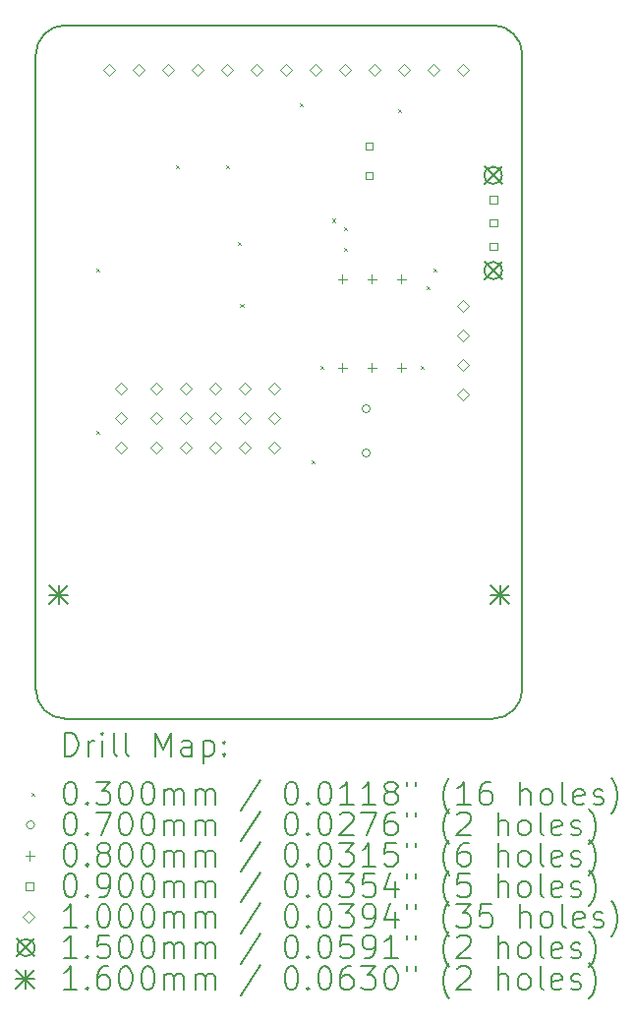
<source format=gbr>
%TF.GenerationSoftware,KiCad,Pcbnew,8.0.1*%
%TF.CreationDate,2024-07-15T10:08:49+02:00*%
%TF.ProjectId,RGB 2x2 with WS2811,52474220-3278-4322-9077-697468205753,rev?*%
%TF.SameCoordinates,Original*%
%TF.FileFunction,Drillmap*%
%TF.FilePolarity,Positive*%
%FSLAX45Y45*%
G04 Gerber Fmt 4.5, Leading zero omitted, Abs format (unit mm)*
G04 Created by KiCad (PCBNEW 8.0.1) date 2024-07-15 10:08:49*
%MOMM*%
%LPD*%
G01*
G04 APERTURE LIST*
%ADD10C,0.200000*%
%ADD11C,0.100000*%
%ADD12C,0.150000*%
%ADD13C,0.160000*%
G04 APERTURE END LIST*
D10*
X12014327Y-3618049D02*
X15697327Y-3618049D01*
X11760327Y-9333049D02*
X11760327Y-3872049D01*
X11760327Y-3872049D02*
G75*
G02*
X12014327Y-3618047I254003J-1D01*
G01*
X12014327Y-9587049D02*
G75*
G02*
X11760331Y-9333049I3J253999D01*
G01*
X15951327Y-3872049D02*
X15951327Y-9333049D01*
X15951327Y-9333049D02*
G75*
G02*
X15697327Y-9587047I-253997J-1D01*
G01*
X15697326Y-9587049D02*
X12014327Y-9587049D01*
X15697327Y-3618049D02*
G75*
G02*
X15951331Y-3872049I3J-254001D01*
G01*
D11*
X12278727Y-5711249D02*
X12308727Y-5741249D01*
X12308727Y-5711249D02*
X12278727Y-5741249D01*
X12278727Y-7108249D02*
X12308727Y-7138249D01*
X12308727Y-7108249D02*
X12278727Y-7138249D01*
X12964527Y-4822249D02*
X12994527Y-4852249D01*
X12994527Y-4822249D02*
X12964527Y-4852249D01*
X13396327Y-4822249D02*
X13426327Y-4852249D01*
X13426327Y-4822249D02*
X13396327Y-4852249D01*
X13497927Y-5482649D02*
X13527927Y-5512649D01*
X13527927Y-5482649D02*
X13497927Y-5512649D01*
X13519490Y-6016049D02*
X13549490Y-6046049D01*
X13549490Y-6016049D02*
X13519490Y-6046049D01*
X14031327Y-4288849D02*
X14061327Y-4318849D01*
X14061327Y-4288849D02*
X14031327Y-4318849D01*
X14132927Y-7362249D02*
X14162927Y-7392249D01*
X14162927Y-7362249D02*
X14132927Y-7392249D01*
X14209127Y-6549449D02*
X14239127Y-6579449D01*
X14239127Y-6549449D02*
X14209127Y-6579449D01*
X14311688Y-5280410D02*
X14341688Y-5310410D01*
X14341688Y-5280410D02*
X14311688Y-5310410D01*
X14412327Y-5355649D02*
X14442327Y-5385649D01*
X14442327Y-5355649D02*
X14412327Y-5385649D01*
X14412327Y-5533449D02*
X14442327Y-5563449D01*
X14442327Y-5533449D02*
X14412327Y-5563449D01*
X14877127Y-4339649D02*
X14907127Y-4369649D01*
X14907127Y-4339649D02*
X14877127Y-4369649D01*
X15072727Y-6549449D02*
X15102727Y-6579449D01*
X15102727Y-6549449D02*
X15072727Y-6579449D01*
X15123527Y-5863649D02*
X15153527Y-5893649D01*
X15153527Y-5863649D02*
X15123527Y-5893649D01*
X15183527Y-5710683D02*
X15213527Y-5740683D01*
X15213527Y-5710683D02*
X15183527Y-5740683D01*
X14640127Y-6919149D02*
G75*
G02*
X14570127Y-6919149I-35000J0D01*
G01*
X14570127Y-6919149D02*
G75*
G02*
X14640127Y-6919149I35000J0D01*
G01*
X14640127Y-7300149D02*
G75*
G02*
X14570127Y-7300149I-35000J0D01*
G01*
X14570127Y-7300149D02*
G75*
G02*
X14640127Y-7300149I35000J0D01*
G01*
X14401927Y-5762449D02*
X14401927Y-5842449D01*
X14361927Y-5802449D02*
X14441927Y-5802449D01*
X14401927Y-6524449D02*
X14401927Y-6604449D01*
X14361927Y-6564449D02*
X14441927Y-6564449D01*
X14655927Y-5762449D02*
X14655927Y-5842449D01*
X14615927Y-5802449D02*
X14695927Y-5802449D01*
X14655927Y-6524449D02*
X14655927Y-6604449D01*
X14615927Y-6564449D02*
X14695927Y-6564449D01*
X14909927Y-5762449D02*
X14909927Y-5842449D01*
X14869927Y-5802449D02*
X14949927Y-5802449D01*
X14909927Y-6524449D02*
X14909927Y-6604449D01*
X14869927Y-6564449D02*
X14949927Y-6564449D01*
X14662347Y-4690769D02*
X14662347Y-4627129D01*
X14598707Y-4627129D01*
X14598707Y-4690769D01*
X14662347Y-4690769D01*
X14662347Y-4944769D02*
X14662347Y-4881129D01*
X14598707Y-4881129D01*
X14598707Y-4944769D01*
X14662347Y-4944769D01*
X15732347Y-5151669D02*
X15732347Y-5088029D01*
X15668707Y-5088029D01*
X15668707Y-5151669D01*
X15732347Y-5151669D01*
X15732347Y-5351669D02*
X15732347Y-5288029D01*
X15668707Y-5288029D01*
X15668707Y-5351669D01*
X15732347Y-5351669D01*
X15732347Y-5551669D02*
X15732347Y-5488029D01*
X15668707Y-5488029D01*
X15668707Y-5551669D01*
X15732347Y-5551669D01*
X12395327Y-4049049D02*
X12445327Y-3999049D01*
X12395327Y-3949049D01*
X12345327Y-3999049D01*
X12395327Y-4049049D01*
X12496927Y-6792249D02*
X12546927Y-6742249D01*
X12496927Y-6692249D01*
X12446927Y-6742249D01*
X12496927Y-6792249D01*
X12496927Y-7046249D02*
X12546927Y-6996249D01*
X12496927Y-6946249D01*
X12446927Y-6996249D01*
X12496927Y-7046249D01*
X12496927Y-7300249D02*
X12546927Y-7250249D01*
X12496927Y-7200249D01*
X12446927Y-7250249D01*
X12496927Y-7300249D01*
X12649327Y-4049049D02*
X12699327Y-3999049D01*
X12649327Y-3949049D01*
X12599327Y-3999049D01*
X12649327Y-4049049D01*
X12801727Y-7300249D02*
X12851727Y-7250249D01*
X12801727Y-7200249D01*
X12751727Y-7250249D01*
X12801727Y-7300249D01*
X12801727Y-6792249D02*
X12851727Y-6742249D01*
X12801727Y-6692249D01*
X12751727Y-6742249D01*
X12801727Y-6792249D01*
X12801727Y-7046249D02*
X12851727Y-6996249D01*
X12801727Y-6946249D01*
X12751727Y-6996249D01*
X12801727Y-7046249D01*
X12903327Y-4049049D02*
X12953327Y-3999049D01*
X12903327Y-3949049D01*
X12853327Y-3999049D01*
X12903327Y-4049049D01*
X13055727Y-7300249D02*
X13105727Y-7250249D01*
X13055727Y-7200249D01*
X13005727Y-7250249D01*
X13055727Y-7300249D01*
X13055727Y-6792249D02*
X13105727Y-6742249D01*
X13055727Y-6692249D01*
X13005727Y-6742249D01*
X13055727Y-6792249D01*
X13055727Y-7046249D02*
X13105727Y-6996249D01*
X13055727Y-6946249D01*
X13005727Y-6996249D01*
X13055727Y-7046249D01*
X13157327Y-4049049D02*
X13207327Y-3999049D01*
X13157327Y-3949049D01*
X13107327Y-3999049D01*
X13157327Y-4049049D01*
X13309727Y-6792249D02*
X13359727Y-6742249D01*
X13309727Y-6692249D01*
X13259727Y-6742249D01*
X13309727Y-6792249D01*
X13309727Y-7046249D02*
X13359727Y-6996249D01*
X13309727Y-6946249D01*
X13259727Y-6996249D01*
X13309727Y-7046249D01*
X13309727Y-7300249D02*
X13359727Y-7250249D01*
X13309727Y-7200249D01*
X13259727Y-7250249D01*
X13309727Y-7300249D01*
X13411327Y-4049049D02*
X13461327Y-3999049D01*
X13411327Y-3949049D01*
X13361327Y-3999049D01*
X13411327Y-4049049D01*
X13563727Y-7300249D02*
X13613727Y-7250249D01*
X13563727Y-7200249D01*
X13513727Y-7250249D01*
X13563727Y-7300249D01*
X13563727Y-6792249D02*
X13613727Y-6742249D01*
X13563727Y-6692249D01*
X13513727Y-6742249D01*
X13563727Y-6792249D01*
X13563727Y-7046249D02*
X13613727Y-6996249D01*
X13563727Y-6946249D01*
X13513727Y-6996249D01*
X13563727Y-7046249D01*
X13665327Y-4049049D02*
X13715327Y-3999049D01*
X13665327Y-3949049D01*
X13615327Y-3999049D01*
X13665327Y-4049049D01*
X13817727Y-7300249D02*
X13867727Y-7250249D01*
X13817727Y-7200249D01*
X13767727Y-7250249D01*
X13817727Y-7300249D01*
X13817727Y-6792249D02*
X13867727Y-6742249D01*
X13817727Y-6692249D01*
X13767727Y-6742249D01*
X13817727Y-6792249D01*
X13817727Y-7046249D02*
X13867727Y-6996249D01*
X13817727Y-6946249D01*
X13767727Y-6996249D01*
X13817727Y-7046249D01*
X13919327Y-4049049D02*
X13969327Y-3999049D01*
X13919327Y-3949049D01*
X13869327Y-3999049D01*
X13919327Y-4049049D01*
X14173327Y-4049049D02*
X14223327Y-3999049D01*
X14173327Y-3949049D01*
X14123327Y-3999049D01*
X14173327Y-4049049D01*
X14427327Y-4049049D02*
X14477327Y-3999049D01*
X14427327Y-3949049D01*
X14377327Y-3999049D01*
X14427327Y-4049049D01*
X14681327Y-4049049D02*
X14731327Y-3999049D01*
X14681327Y-3949049D01*
X14631327Y-3999049D01*
X14681327Y-4049049D01*
X14935327Y-4049049D02*
X14985327Y-3999049D01*
X14935327Y-3949049D01*
X14885327Y-3999049D01*
X14935327Y-4049049D01*
X15189327Y-4049049D02*
X15239327Y-3999049D01*
X15189327Y-3949049D01*
X15139327Y-3999049D01*
X15189327Y-4049049D01*
X15443327Y-4049049D02*
X15493327Y-3999049D01*
X15443327Y-3949049D01*
X15393327Y-3999049D01*
X15443327Y-4049049D01*
X15443327Y-6081049D02*
X15493327Y-6031049D01*
X15443327Y-5981049D01*
X15393327Y-6031049D01*
X15443327Y-6081049D01*
X15443327Y-6335049D02*
X15493327Y-6285049D01*
X15443327Y-6235049D01*
X15393327Y-6285049D01*
X15443327Y-6335049D01*
X15443327Y-6589049D02*
X15493327Y-6539049D01*
X15443327Y-6489049D01*
X15393327Y-6539049D01*
X15443327Y-6589049D01*
X15443327Y-6843049D02*
X15493327Y-6793049D01*
X15443327Y-6743049D01*
X15393327Y-6793049D01*
X15443327Y-6843049D01*
D12*
X15625527Y-4834849D02*
X15775527Y-4984849D01*
X15775527Y-4834849D02*
X15625527Y-4984849D01*
X15775527Y-4909849D02*
G75*
G02*
X15625527Y-4909849I-75000J0D01*
G01*
X15625527Y-4909849D02*
G75*
G02*
X15775527Y-4909849I75000J0D01*
G01*
X15625527Y-5654849D02*
X15775527Y-5804849D01*
X15775527Y-5654849D02*
X15625527Y-5804849D01*
X15775527Y-5729849D02*
G75*
G02*
X15625527Y-5729849I-75000J0D01*
G01*
X15625527Y-5729849D02*
G75*
G02*
X15775527Y-5729849I75000J0D01*
G01*
D13*
X11879327Y-8440249D02*
X12039327Y-8600249D01*
X12039327Y-8440249D02*
X11879327Y-8600249D01*
X11959327Y-8440249D02*
X11959327Y-8600249D01*
X11879327Y-8520249D02*
X12039327Y-8520249D01*
X15679327Y-8440249D02*
X15839327Y-8600249D01*
X15839327Y-8440249D02*
X15679327Y-8600249D01*
X15759327Y-8440249D02*
X15759327Y-8600249D01*
X15679327Y-8520249D02*
X15839327Y-8520249D01*
D10*
X12011104Y-9908533D02*
X12011104Y-9708533D01*
X12011104Y-9708533D02*
X12058723Y-9708533D01*
X12058723Y-9708533D02*
X12087294Y-9718057D01*
X12087294Y-9718057D02*
X12106342Y-9737104D01*
X12106342Y-9737104D02*
X12115866Y-9756152D01*
X12115866Y-9756152D02*
X12125389Y-9794247D01*
X12125389Y-9794247D02*
X12125389Y-9822819D01*
X12125389Y-9822819D02*
X12115866Y-9860914D01*
X12115866Y-9860914D02*
X12106342Y-9879961D01*
X12106342Y-9879961D02*
X12087294Y-9899009D01*
X12087294Y-9899009D02*
X12058723Y-9908533D01*
X12058723Y-9908533D02*
X12011104Y-9908533D01*
X12211104Y-9908533D02*
X12211104Y-9775200D01*
X12211104Y-9813295D02*
X12220627Y-9794247D01*
X12220627Y-9794247D02*
X12230151Y-9784723D01*
X12230151Y-9784723D02*
X12249199Y-9775200D01*
X12249199Y-9775200D02*
X12268247Y-9775200D01*
X12334913Y-9908533D02*
X12334913Y-9775200D01*
X12334913Y-9708533D02*
X12325389Y-9718057D01*
X12325389Y-9718057D02*
X12334913Y-9727581D01*
X12334913Y-9727581D02*
X12344437Y-9718057D01*
X12344437Y-9718057D02*
X12334913Y-9708533D01*
X12334913Y-9708533D02*
X12334913Y-9727581D01*
X12458723Y-9908533D02*
X12439675Y-9899009D01*
X12439675Y-9899009D02*
X12430151Y-9879961D01*
X12430151Y-9879961D02*
X12430151Y-9708533D01*
X12563485Y-9908533D02*
X12544437Y-9899009D01*
X12544437Y-9899009D02*
X12534913Y-9879961D01*
X12534913Y-9879961D02*
X12534913Y-9708533D01*
X12792056Y-9908533D02*
X12792056Y-9708533D01*
X12792056Y-9708533D02*
X12858723Y-9851390D01*
X12858723Y-9851390D02*
X12925389Y-9708533D01*
X12925389Y-9708533D02*
X12925389Y-9908533D01*
X13106342Y-9908533D02*
X13106342Y-9803771D01*
X13106342Y-9803771D02*
X13096818Y-9784723D01*
X13096818Y-9784723D02*
X13077770Y-9775200D01*
X13077770Y-9775200D02*
X13039675Y-9775200D01*
X13039675Y-9775200D02*
X13020627Y-9784723D01*
X13106342Y-9899009D02*
X13087294Y-9908533D01*
X13087294Y-9908533D02*
X13039675Y-9908533D01*
X13039675Y-9908533D02*
X13020627Y-9899009D01*
X13020627Y-9899009D02*
X13011104Y-9879961D01*
X13011104Y-9879961D02*
X13011104Y-9860914D01*
X13011104Y-9860914D02*
X13020627Y-9841866D01*
X13020627Y-9841866D02*
X13039675Y-9832342D01*
X13039675Y-9832342D02*
X13087294Y-9832342D01*
X13087294Y-9832342D02*
X13106342Y-9822819D01*
X13201580Y-9775200D02*
X13201580Y-9975200D01*
X13201580Y-9784723D02*
X13220627Y-9775200D01*
X13220627Y-9775200D02*
X13258723Y-9775200D01*
X13258723Y-9775200D02*
X13277770Y-9784723D01*
X13277770Y-9784723D02*
X13287294Y-9794247D01*
X13287294Y-9794247D02*
X13296818Y-9813295D01*
X13296818Y-9813295D02*
X13296818Y-9870438D01*
X13296818Y-9870438D02*
X13287294Y-9889485D01*
X13287294Y-9889485D02*
X13277770Y-9899009D01*
X13277770Y-9899009D02*
X13258723Y-9908533D01*
X13258723Y-9908533D02*
X13220627Y-9908533D01*
X13220627Y-9908533D02*
X13201580Y-9899009D01*
X13382532Y-9889485D02*
X13392056Y-9899009D01*
X13392056Y-9899009D02*
X13382532Y-9908533D01*
X13382532Y-9908533D02*
X13373008Y-9899009D01*
X13373008Y-9899009D02*
X13382532Y-9889485D01*
X13382532Y-9889485D02*
X13382532Y-9908533D01*
X13382532Y-9784723D02*
X13392056Y-9794247D01*
X13392056Y-9794247D02*
X13382532Y-9803771D01*
X13382532Y-9803771D02*
X13373008Y-9794247D01*
X13373008Y-9794247D02*
X13382532Y-9784723D01*
X13382532Y-9784723D02*
X13382532Y-9803771D01*
D11*
X11720327Y-10222049D02*
X11750327Y-10252049D01*
X11750327Y-10222049D02*
X11720327Y-10252049D01*
D10*
X12049199Y-10128533D02*
X12068247Y-10128533D01*
X12068247Y-10128533D02*
X12087294Y-10138057D01*
X12087294Y-10138057D02*
X12096818Y-10147581D01*
X12096818Y-10147581D02*
X12106342Y-10166628D01*
X12106342Y-10166628D02*
X12115866Y-10204723D01*
X12115866Y-10204723D02*
X12115866Y-10252342D01*
X12115866Y-10252342D02*
X12106342Y-10290438D01*
X12106342Y-10290438D02*
X12096818Y-10309485D01*
X12096818Y-10309485D02*
X12087294Y-10319009D01*
X12087294Y-10319009D02*
X12068247Y-10328533D01*
X12068247Y-10328533D02*
X12049199Y-10328533D01*
X12049199Y-10328533D02*
X12030151Y-10319009D01*
X12030151Y-10319009D02*
X12020627Y-10309485D01*
X12020627Y-10309485D02*
X12011104Y-10290438D01*
X12011104Y-10290438D02*
X12001580Y-10252342D01*
X12001580Y-10252342D02*
X12001580Y-10204723D01*
X12001580Y-10204723D02*
X12011104Y-10166628D01*
X12011104Y-10166628D02*
X12020627Y-10147581D01*
X12020627Y-10147581D02*
X12030151Y-10138057D01*
X12030151Y-10138057D02*
X12049199Y-10128533D01*
X12201580Y-10309485D02*
X12211104Y-10319009D01*
X12211104Y-10319009D02*
X12201580Y-10328533D01*
X12201580Y-10328533D02*
X12192056Y-10319009D01*
X12192056Y-10319009D02*
X12201580Y-10309485D01*
X12201580Y-10309485D02*
X12201580Y-10328533D01*
X12277770Y-10128533D02*
X12401580Y-10128533D01*
X12401580Y-10128533D02*
X12334913Y-10204723D01*
X12334913Y-10204723D02*
X12363485Y-10204723D01*
X12363485Y-10204723D02*
X12382532Y-10214247D01*
X12382532Y-10214247D02*
X12392056Y-10223771D01*
X12392056Y-10223771D02*
X12401580Y-10242819D01*
X12401580Y-10242819D02*
X12401580Y-10290438D01*
X12401580Y-10290438D02*
X12392056Y-10309485D01*
X12392056Y-10309485D02*
X12382532Y-10319009D01*
X12382532Y-10319009D02*
X12363485Y-10328533D01*
X12363485Y-10328533D02*
X12306342Y-10328533D01*
X12306342Y-10328533D02*
X12287294Y-10319009D01*
X12287294Y-10319009D02*
X12277770Y-10309485D01*
X12525389Y-10128533D02*
X12544437Y-10128533D01*
X12544437Y-10128533D02*
X12563485Y-10138057D01*
X12563485Y-10138057D02*
X12573008Y-10147581D01*
X12573008Y-10147581D02*
X12582532Y-10166628D01*
X12582532Y-10166628D02*
X12592056Y-10204723D01*
X12592056Y-10204723D02*
X12592056Y-10252342D01*
X12592056Y-10252342D02*
X12582532Y-10290438D01*
X12582532Y-10290438D02*
X12573008Y-10309485D01*
X12573008Y-10309485D02*
X12563485Y-10319009D01*
X12563485Y-10319009D02*
X12544437Y-10328533D01*
X12544437Y-10328533D02*
X12525389Y-10328533D01*
X12525389Y-10328533D02*
X12506342Y-10319009D01*
X12506342Y-10319009D02*
X12496818Y-10309485D01*
X12496818Y-10309485D02*
X12487294Y-10290438D01*
X12487294Y-10290438D02*
X12477770Y-10252342D01*
X12477770Y-10252342D02*
X12477770Y-10204723D01*
X12477770Y-10204723D02*
X12487294Y-10166628D01*
X12487294Y-10166628D02*
X12496818Y-10147581D01*
X12496818Y-10147581D02*
X12506342Y-10138057D01*
X12506342Y-10138057D02*
X12525389Y-10128533D01*
X12715866Y-10128533D02*
X12734913Y-10128533D01*
X12734913Y-10128533D02*
X12753961Y-10138057D01*
X12753961Y-10138057D02*
X12763485Y-10147581D01*
X12763485Y-10147581D02*
X12773008Y-10166628D01*
X12773008Y-10166628D02*
X12782532Y-10204723D01*
X12782532Y-10204723D02*
X12782532Y-10252342D01*
X12782532Y-10252342D02*
X12773008Y-10290438D01*
X12773008Y-10290438D02*
X12763485Y-10309485D01*
X12763485Y-10309485D02*
X12753961Y-10319009D01*
X12753961Y-10319009D02*
X12734913Y-10328533D01*
X12734913Y-10328533D02*
X12715866Y-10328533D01*
X12715866Y-10328533D02*
X12696818Y-10319009D01*
X12696818Y-10319009D02*
X12687294Y-10309485D01*
X12687294Y-10309485D02*
X12677770Y-10290438D01*
X12677770Y-10290438D02*
X12668247Y-10252342D01*
X12668247Y-10252342D02*
X12668247Y-10204723D01*
X12668247Y-10204723D02*
X12677770Y-10166628D01*
X12677770Y-10166628D02*
X12687294Y-10147581D01*
X12687294Y-10147581D02*
X12696818Y-10138057D01*
X12696818Y-10138057D02*
X12715866Y-10128533D01*
X12868247Y-10328533D02*
X12868247Y-10195200D01*
X12868247Y-10214247D02*
X12877770Y-10204723D01*
X12877770Y-10204723D02*
X12896818Y-10195200D01*
X12896818Y-10195200D02*
X12925389Y-10195200D01*
X12925389Y-10195200D02*
X12944437Y-10204723D01*
X12944437Y-10204723D02*
X12953961Y-10223771D01*
X12953961Y-10223771D02*
X12953961Y-10328533D01*
X12953961Y-10223771D02*
X12963485Y-10204723D01*
X12963485Y-10204723D02*
X12982532Y-10195200D01*
X12982532Y-10195200D02*
X13011104Y-10195200D01*
X13011104Y-10195200D02*
X13030151Y-10204723D01*
X13030151Y-10204723D02*
X13039675Y-10223771D01*
X13039675Y-10223771D02*
X13039675Y-10328533D01*
X13134913Y-10328533D02*
X13134913Y-10195200D01*
X13134913Y-10214247D02*
X13144437Y-10204723D01*
X13144437Y-10204723D02*
X13163485Y-10195200D01*
X13163485Y-10195200D02*
X13192056Y-10195200D01*
X13192056Y-10195200D02*
X13211104Y-10204723D01*
X13211104Y-10204723D02*
X13220628Y-10223771D01*
X13220628Y-10223771D02*
X13220628Y-10328533D01*
X13220628Y-10223771D02*
X13230151Y-10204723D01*
X13230151Y-10204723D02*
X13249199Y-10195200D01*
X13249199Y-10195200D02*
X13277770Y-10195200D01*
X13277770Y-10195200D02*
X13296818Y-10204723D01*
X13296818Y-10204723D02*
X13306342Y-10223771D01*
X13306342Y-10223771D02*
X13306342Y-10328533D01*
X13696818Y-10119009D02*
X13525390Y-10376152D01*
X13953961Y-10128533D02*
X13973009Y-10128533D01*
X13973009Y-10128533D02*
X13992056Y-10138057D01*
X13992056Y-10138057D02*
X14001580Y-10147581D01*
X14001580Y-10147581D02*
X14011104Y-10166628D01*
X14011104Y-10166628D02*
X14020628Y-10204723D01*
X14020628Y-10204723D02*
X14020628Y-10252342D01*
X14020628Y-10252342D02*
X14011104Y-10290438D01*
X14011104Y-10290438D02*
X14001580Y-10309485D01*
X14001580Y-10309485D02*
X13992056Y-10319009D01*
X13992056Y-10319009D02*
X13973009Y-10328533D01*
X13973009Y-10328533D02*
X13953961Y-10328533D01*
X13953961Y-10328533D02*
X13934913Y-10319009D01*
X13934913Y-10319009D02*
X13925390Y-10309485D01*
X13925390Y-10309485D02*
X13915866Y-10290438D01*
X13915866Y-10290438D02*
X13906342Y-10252342D01*
X13906342Y-10252342D02*
X13906342Y-10204723D01*
X13906342Y-10204723D02*
X13915866Y-10166628D01*
X13915866Y-10166628D02*
X13925390Y-10147581D01*
X13925390Y-10147581D02*
X13934913Y-10138057D01*
X13934913Y-10138057D02*
X13953961Y-10128533D01*
X14106342Y-10309485D02*
X14115866Y-10319009D01*
X14115866Y-10319009D02*
X14106342Y-10328533D01*
X14106342Y-10328533D02*
X14096818Y-10319009D01*
X14096818Y-10319009D02*
X14106342Y-10309485D01*
X14106342Y-10309485D02*
X14106342Y-10328533D01*
X14239675Y-10128533D02*
X14258723Y-10128533D01*
X14258723Y-10128533D02*
X14277771Y-10138057D01*
X14277771Y-10138057D02*
X14287294Y-10147581D01*
X14287294Y-10147581D02*
X14296818Y-10166628D01*
X14296818Y-10166628D02*
X14306342Y-10204723D01*
X14306342Y-10204723D02*
X14306342Y-10252342D01*
X14306342Y-10252342D02*
X14296818Y-10290438D01*
X14296818Y-10290438D02*
X14287294Y-10309485D01*
X14287294Y-10309485D02*
X14277771Y-10319009D01*
X14277771Y-10319009D02*
X14258723Y-10328533D01*
X14258723Y-10328533D02*
X14239675Y-10328533D01*
X14239675Y-10328533D02*
X14220628Y-10319009D01*
X14220628Y-10319009D02*
X14211104Y-10309485D01*
X14211104Y-10309485D02*
X14201580Y-10290438D01*
X14201580Y-10290438D02*
X14192056Y-10252342D01*
X14192056Y-10252342D02*
X14192056Y-10204723D01*
X14192056Y-10204723D02*
X14201580Y-10166628D01*
X14201580Y-10166628D02*
X14211104Y-10147581D01*
X14211104Y-10147581D02*
X14220628Y-10138057D01*
X14220628Y-10138057D02*
X14239675Y-10128533D01*
X14496818Y-10328533D02*
X14382532Y-10328533D01*
X14439675Y-10328533D02*
X14439675Y-10128533D01*
X14439675Y-10128533D02*
X14420628Y-10157104D01*
X14420628Y-10157104D02*
X14401580Y-10176152D01*
X14401580Y-10176152D02*
X14382532Y-10185676D01*
X14687294Y-10328533D02*
X14573009Y-10328533D01*
X14630151Y-10328533D02*
X14630151Y-10128533D01*
X14630151Y-10128533D02*
X14611104Y-10157104D01*
X14611104Y-10157104D02*
X14592056Y-10176152D01*
X14592056Y-10176152D02*
X14573009Y-10185676D01*
X14801580Y-10214247D02*
X14782532Y-10204723D01*
X14782532Y-10204723D02*
X14773009Y-10195200D01*
X14773009Y-10195200D02*
X14763485Y-10176152D01*
X14763485Y-10176152D02*
X14763485Y-10166628D01*
X14763485Y-10166628D02*
X14773009Y-10147581D01*
X14773009Y-10147581D02*
X14782532Y-10138057D01*
X14782532Y-10138057D02*
X14801580Y-10128533D01*
X14801580Y-10128533D02*
X14839675Y-10128533D01*
X14839675Y-10128533D02*
X14858723Y-10138057D01*
X14858723Y-10138057D02*
X14868247Y-10147581D01*
X14868247Y-10147581D02*
X14877771Y-10166628D01*
X14877771Y-10166628D02*
X14877771Y-10176152D01*
X14877771Y-10176152D02*
X14868247Y-10195200D01*
X14868247Y-10195200D02*
X14858723Y-10204723D01*
X14858723Y-10204723D02*
X14839675Y-10214247D01*
X14839675Y-10214247D02*
X14801580Y-10214247D01*
X14801580Y-10214247D02*
X14782532Y-10223771D01*
X14782532Y-10223771D02*
X14773009Y-10233295D01*
X14773009Y-10233295D02*
X14763485Y-10252342D01*
X14763485Y-10252342D02*
X14763485Y-10290438D01*
X14763485Y-10290438D02*
X14773009Y-10309485D01*
X14773009Y-10309485D02*
X14782532Y-10319009D01*
X14782532Y-10319009D02*
X14801580Y-10328533D01*
X14801580Y-10328533D02*
X14839675Y-10328533D01*
X14839675Y-10328533D02*
X14858723Y-10319009D01*
X14858723Y-10319009D02*
X14868247Y-10309485D01*
X14868247Y-10309485D02*
X14877771Y-10290438D01*
X14877771Y-10290438D02*
X14877771Y-10252342D01*
X14877771Y-10252342D02*
X14868247Y-10233295D01*
X14868247Y-10233295D02*
X14858723Y-10223771D01*
X14858723Y-10223771D02*
X14839675Y-10214247D01*
X14953961Y-10128533D02*
X14953961Y-10166628D01*
X15030152Y-10128533D02*
X15030152Y-10166628D01*
X15325390Y-10404723D02*
X15315866Y-10395200D01*
X15315866Y-10395200D02*
X15296818Y-10366628D01*
X15296818Y-10366628D02*
X15287294Y-10347581D01*
X15287294Y-10347581D02*
X15277771Y-10319009D01*
X15277771Y-10319009D02*
X15268247Y-10271390D01*
X15268247Y-10271390D02*
X15268247Y-10233295D01*
X15268247Y-10233295D02*
X15277771Y-10185676D01*
X15277771Y-10185676D02*
X15287294Y-10157104D01*
X15287294Y-10157104D02*
X15296818Y-10138057D01*
X15296818Y-10138057D02*
X15315866Y-10109485D01*
X15315866Y-10109485D02*
X15325390Y-10099961D01*
X15506342Y-10328533D02*
X15392056Y-10328533D01*
X15449199Y-10328533D02*
X15449199Y-10128533D01*
X15449199Y-10128533D02*
X15430152Y-10157104D01*
X15430152Y-10157104D02*
X15411104Y-10176152D01*
X15411104Y-10176152D02*
X15392056Y-10185676D01*
X15677771Y-10128533D02*
X15639675Y-10128533D01*
X15639675Y-10128533D02*
X15620628Y-10138057D01*
X15620628Y-10138057D02*
X15611104Y-10147581D01*
X15611104Y-10147581D02*
X15592056Y-10176152D01*
X15592056Y-10176152D02*
X15582533Y-10214247D01*
X15582533Y-10214247D02*
X15582533Y-10290438D01*
X15582533Y-10290438D02*
X15592056Y-10309485D01*
X15592056Y-10309485D02*
X15601580Y-10319009D01*
X15601580Y-10319009D02*
X15620628Y-10328533D01*
X15620628Y-10328533D02*
X15658723Y-10328533D01*
X15658723Y-10328533D02*
X15677771Y-10319009D01*
X15677771Y-10319009D02*
X15687294Y-10309485D01*
X15687294Y-10309485D02*
X15696818Y-10290438D01*
X15696818Y-10290438D02*
X15696818Y-10242819D01*
X15696818Y-10242819D02*
X15687294Y-10223771D01*
X15687294Y-10223771D02*
X15677771Y-10214247D01*
X15677771Y-10214247D02*
X15658723Y-10204723D01*
X15658723Y-10204723D02*
X15620628Y-10204723D01*
X15620628Y-10204723D02*
X15601580Y-10214247D01*
X15601580Y-10214247D02*
X15592056Y-10223771D01*
X15592056Y-10223771D02*
X15582533Y-10242819D01*
X15934914Y-10328533D02*
X15934914Y-10128533D01*
X16020628Y-10328533D02*
X16020628Y-10223771D01*
X16020628Y-10223771D02*
X16011104Y-10204723D01*
X16011104Y-10204723D02*
X15992056Y-10195200D01*
X15992056Y-10195200D02*
X15963485Y-10195200D01*
X15963485Y-10195200D02*
X15944437Y-10204723D01*
X15944437Y-10204723D02*
X15934914Y-10214247D01*
X16144437Y-10328533D02*
X16125390Y-10319009D01*
X16125390Y-10319009D02*
X16115866Y-10309485D01*
X16115866Y-10309485D02*
X16106342Y-10290438D01*
X16106342Y-10290438D02*
X16106342Y-10233295D01*
X16106342Y-10233295D02*
X16115866Y-10214247D01*
X16115866Y-10214247D02*
X16125390Y-10204723D01*
X16125390Y-10204723D02*
X16144437Y-10195200D01*
X16144437Y-10195200D02*
X16173009Y-10195200D01*
X16173009Y-10195200D02*
X16192056Y-10204723D01*
X16192056Y-10204723D02*
X16201580Y-10214247D01*
X16201580Y-10214247D02*
X16211104Y-10233295D01*
X16211104Y-10233295D02*
X16211104Y-10290438D01*
X16211104Y-10290438D02*
X16201580Y-10309485D01*
X16201580Y-10309485D02*
X16192056Y-10319009D01*
X16192056Y-10319009D02*
X16173009Y-10328533D01*
X16173009Y-10328533D02*
X16144437Y-10328533D01*
X16325390Y-10328533D02*
X16306342Y-10319009D01*
X16306342Y-10319009D02*
X16296818Y-10299961D01*
X16296818Y-10299961D02*
X16296818Y-10128533D01*
X16477771Y-10319009D02*
X16458723Y-10328533D01*
X16458723Y-10328533D02*
X16420628Y-10328533D01*
X16420628Y-10328533D02*
X16401580Y-10319009D01*
X16401580Y-10319009D02*
X16392056Y-10299961D01*
X16392056Y-10299961D02*
X16392056Y-10223771D01*
X16392056Y-10223771D02*
X16401580Y-10204723D01*
X16401580Y-10204723D02*
X16420628Y-10195200D01*
X16420628Y-10195200D02*
X16458723Y-10195200D01*
X16458723Y-10195200D02*
X16477771Y-10204723D01*
X16477771Y-10204723D02*
X16487295Y-10223771D01*
X16487295Y-10223771D02*
X16487295Y-10242819D01*
X16487295Y-10242819D02*
X16392056Y-10261866D01*
X16563485Y-10319009D02*
X16582533Y-10328533D01*
X16582533Y-10328533D02*
X16620628Y-10328533D01*
X16620628Y-10328533D02*
X16639676Y-10319009D01*
X16639676Y-10319009D02*
X16649199Y-10299961D01*
X16649199Y-10299961D02*
X16649199Y-10290438D01*
X16649199Y-10290438D02*
X16639676Y-10271390D01*
X16639676Y-10271390D02*
X16620628Y-10261866D01*
X16620628Y-10261866D02*
X16592056Y-10261866D01*
X16592056Y-10261866D02*
X16573009Y-10252342D01*
X16573009Y-10252342D02*
X16563485Y-10233295D01*
X16563485Y-10233295D02*
X16563485Y-10223771D01*
X16563485Y-10223771D02*
X16573009Y-10204723D01*
X16573009Y-10204723D02*
X16592056Y-10195200D01*
X16592056Y-10195200D02*
X16620628Y-10195200D01*
X16620628Y-10195200D02*
X16639676Y-10204723D01*
X16715866Y-10404723D02*
X16725390Y-10395200D01*
X16725390Y-10395200D02*
X16744437Y-10366628D01*
X16744437Y-10366628D02*
X16753961Y-10347581D01*
X16753961Y-10347581D02*
X16763485Y-10319009D01*
X16763485Y-10319009D02*
X16773009Y-10271390D01*
X16773009Y-10271390D02*
X16773009Y-10233295D01*
X16773009Y-10233295D02*
X16763485Y-10185676D01*
X16763485Y-10185676D02*
X16753961Y-10157104D01*
X16753961Y-10157104D02*
X16744437Y-10138057D01*
X16744437Y-10138057D02*
X16725390Y-10109485D01*
X16725390Y-10109485D02*
X16715866Y-10099961D01*
D11*
X11750327Y-10501049D02*
G75*
G02*
X11680327Y-10501049I-35000J0D01*
G01*
X11680327Y-10501049D02*
G75*
G02*
X11750327Y-10501049I35000J0D01*
G01*
D10*
X12049199Y-10392533D02*
X12068247Y-10392533D01*
X12068247Y-10392533D02*
X12087294Y-10402057D01*
X12087294Y-10402057D02*
X12096818Y-10411581D01*
X12096818Y-10411581D02*
X12106342Y-10430628D01*
X12106342Y-10430628D02*
X12115866Y-10468723D01*
X12115866Y-10468723D02*
X12115866Y-10516342D01*
X12115866Y-10516342D02*
X12106342Y-10554438D01*
X12106342Y-10554438D02*
X12096818Y-10573485D01*
X12096818Y-10573485D02*
X12087294Y-10583009D01*
X12087294Y-10583009D02*
X12068247Y-10592533D01*
X12068247Y-10592533D02*
X12049199Y-10592533D01*
X12049199Y-10592533D02*
X12030151Y-10583009D01*
X12030151Y-10583009D02*
X12020627Y-10573485D01*
X12020627Y-10573485D02*
X12011104Y-10554438D01*
X12011104Y-10554438D02*
X12001580Y-10516342D01*
X12001580Y-10516342D02*
X12001580Y-10468723D01*
X12001580Y-10468723D02*
X12011104Y-10430628D01*
X12011104Y-10430628D02*
X12020627Y-10411581D01*
X12020627Y-10411581D02*
X12030151Y-10402057D01*
X12030151Y-10402057D02*
X12049199Y-10392533D01*
X12201580Y-10573485D02*
X12211104Y-10583009D01*
X12211104Y-10583009D02*
X12201580Y-10592533D01*
X12201580Y-10592533D02*
X12192056Y-10583009D01*
X12192056Y-10583009D02*
X12201580Y-10573485D01*
X12201580Y-10573485D02*
X12201580Y-10592533D01*
X12277770Y-10392533D02*
X12411104Y-10392533D01*
X12411104Y-10392533D02*
X12325389Y-10592533D01*
X12525389Y-10392533D02*
X12544437Y-10392533D01*
X12544437Y-10392533D02*
X12563485Y-10402057D01*
X12563485Y-10402057D02*
X12573008Y-10411581D01*
X12573008Y-10411581D02*
X12582532Y-10430628D01*
X12582532Y-10430628D02*
X12592056Y-10468723D01*
X12592056Y-10468723D02*
X12592056Y-10516342D01*
X12592056Y-10516342D02*
X12582532Y-10554438D01*
X12582532Y-10554438D02*
X12573008Y-10573485D01*
X12573008Y-10573485D02*
X12563485Y-10583009D01*
X12563485Y-10583009D02*
X12544437Y-10592533D01*
X12544437Y-10592533D02*
X12525389Y-10592533D01*
X12525389Y-10592533D02*
X12506342Y-10583009D01*
X12506342Y-10583009D02*
X12496818Y-10573485D01*
X12496818Y-10573485D02*
X12487294Y-10554438D01*
X12487294Y-10554438D02*
X12477770Y-10516342D01*
X12477770Y-10516342D02*
X12477770Y-10468723D01*
X12477770Y-10468723D02*
X12487294Y-10430628D01*
X12487294Y-10430628D02*
X12496818Y-10411581D01*
X12496818Y-10411581D02*
X12506342Y-10402057D01*
X12506342Y-10402057D02*
X12525389Y-10392533D01*
X12715866Y-10392533D02*
X12734913Y-10392533D01*
X12734913Y-10392533D02*
X12753961Y-10402057D01*
X12753961Y-10402057D02*
X12763485Y-10411581D01*
X12763485Y-10411581D02*
X12773008Y-10430628D01*
X12773008Y-10430628D02*
X12782532Y-10468723D01*
X12782532Y-10468723D02*
X12782532Y-10516342D01*
X12782532Y-10516342D02*
X12773008Y-10554438D01*
X12773008Y-10554438D02*
X12763485Y-10573485D01*
X12763485Y-10573485D02*
X12753961Y-10583009D01*
X12753961Y-10583009D02*
X12734913Y-10592533D01*
X12734913Y-10592533D02*
X12715866Y-10592533D01*
X12715866Y-10592533D02*
X12696818Y-10583009D01*
X12696818Y-10583009D02*
X12687294Y-10573485D01*
X12687294Y-10573485D02*
X12677770Y-10554438D01*
X12677770Y-10554438D02*
X12668247Y-10516342D01*
X12668247Y-10516342D02*
X12668247Y-10468723D01*
X12668247Y-10468723D02*
X12677770Y-10430628D01*
X12677770Y-10430628D02*
X12687294Y-10411581D01*
X12687294Y-10411581D02*
X12696818Y-10402057D01*
X12696818Y-10402057D02*
X12715866Y-10392533D01*
X12868247Y-10592533D02*
X12868247Y-10459200D01*
X12868247Y-10478247D02*
X12877770Y-10468723D01*
X12877770Y-10468723D02*
X12896818Y-10459200D01*
X12896818Y-10459200D02*
X12925389Y-10459200D01*
X12925389Y-10459200D02*
X12944437Y-10468723D01*
X12944437Y-10468723D02*
X12953961Y-10487771D01*
X12953961Y-10487771D02*
X12953961Y-10592533D01*
X12953961Y-10487771D02*
X12963485Y-10468723D01*
X12963485Y-10468723D02*
X12982532Y-10459200D01*
X12982532Y-10459200D02*
X13011104Y-10459200D01*
X13011104Y-10459200D02*
X13030151Y-10468723D01*
X13030151Y-10468723D02*
X13039675Y-10487771D01*
X13039675Y-10487771D02*
X13039675Y-10592533D01*
X13134913Y-10592533D02*
X13134913Y-10459200D01*
X13134913Y-10478247D02*
X13144437Y-10468723D01*
X13144437Y-10468723D02*
X13163485Y-10459200D01*
X13163485Y-10459200D02*
X13192056Y-10459200D01*
X13192056Y-10459200D02*
X13211104Y-10468723D01*
X13211104Y-10468723D02*
X13220628Y-10487771D01*
X13220628Y-10487771D02*
X13220628Y-10592533D01*
X13220628Y-10487771D02*
X13230151Y-10468723D01*
X13230151Y-10468723D02*
X13249199Y-10459200D01*
X13249199Y-10459200D02*
X13277770Y-10459200D01*
X13277770Y-10459200D02*
X13296818Y-10468723D01*
X13296818Y-10468723D02*
X13306342Y-10487771D01*
X13306342Y-10487771D02*
X13306342Y-10592533D01*
X13696818Y-10383009D02*
X13525390Y-10640152D01*
X13953961Y-10392533D02*
X13973009Y-10392533D01*
X13973009Y-10392533D02*
X13992056Y-10402057D01*
X13992056Y-10402057D02*
X14001580Y-10411581D01*
X14001580Y-10411581D02*
X14011104Y-10430628D01*
X14011104Y-10430628D02*
X14020628Y-10468723D01*
X14020628Y-10468723D02*
X14020628Y-10516342D01*
X14020628Y-10516342D02*
X14011104Y-10554438D01*
X14011104Y-10554438D02*
X14001580Y-10573485D01*
X14001580Y-10573485D02*
X13992056Y-10583009D01*
X13992056Y-10583009D02*
X13973009Y-10592533D01*
X13973009Y-10592533D02*
X13953961Y-10592533D01*
X13953961Y-10592533D02*
X13934913Y-10583009D01*
X13934913Y-10583009D02*
X13925390Y-10573485D01*
X13925390Y-10573485D02*
X13915866Y-10554438D01*
X13915866Y-10554438D02*
X13906342Y-10516342D01*
X13906342Y-10516342D02*
X13906342Y-10468723D01*
X13906342Y-10468723D02*
X13915866Y-10430628D01*
X13915866Y-10430628D02*
X13925390Y-10411581D01*
X13925390Y-10411581D02*
X13934913Y-10402057D01*
X13934913Y-10402057D02*
X13953961Y-10392533D01*
X14106342Y-10573485D02*
X14115866Y-10583009D01*
X14115866Y-10583009D02*
X14106342Y-10592533D01*
X14106342Y-10592533D02*
X14096818Y-10583009D01*
X14096818Y-10583009D02*
X14106342Y-10573485D01*
X14106342Y-10573485D02*
X14106342Y-10592533D01*
X14239675Y-10392533D02*
X14258723Y-10392533D01*
X14258723Y-10392533D02*
X14277771Y-10402057D01*
X14277771Y-10402057D02*
X14287294Y-10411581D01*
X14287294Y-10411581D02*
X14296818Y-10430628D01*
X14296818Y-10430628D02*
X14306342Y-10468723D01*
X14306342Y-10468723D02*
X14306342Y-10516342D01*
X14306342Y-10516342D02*
X14296818Y-10554438D01*
X14296818Y-10554438D02*
X14287294Y-10573485D01*
X14287294Y-10573485D02*
X14277771Y-10583009D01*
X14277771Y-10583009D02*
X14258723Y-10592533D01*
X14258723Y-10592533D02*
X14239675Y-10592533D01*
X14239675Y-10592533D02*
X14220628Y-10583009D01*
X14220628Y-10583009D02*
X14211104Y-10573485D01*
X14211104Y-10573485D02*
X14201580Y-10554438D01*
X14201580Y-10554438D02*
X14192056Y-10516342D01*
X14192056Y-10516342D02*
X14192056Y-10468723D01*
X14192056Y-10468723D02*
X14201580Y-10430628D01*
X14201580Y-10430628D02*
X14211104Y-10411581D01*
X14211104Y-10411581D02*
X14220628Y-10402057D01*
X14220628Y-10402057D02*
X14239675Y-10392533D01*
X14382532Y-10411581D02*
X14392056Y-10402057D01*
X14392056Y-10402057D02*
X14411104Y-10392533D01*
X14411104Y-10392533D02*
X14458723Y-10392533D01*
X14458723Y-10392533D02*
X14477771Y-10402057D01*
X14477771Y-10402057D02*
X14487294Y-10411581D01*
X14487294Y-10411581D02*
X14496818Y-10430628D01*
X14496818Y-10430628D02*
X14496818Y-10449676D01*
X14496818Y-10449676D02*
X14487294Y-10478247D01*
X14487294Y-10478247D02*
X14373009Y-10592533D01*
X14373009Y-10592533D02*
X14496818Y-10592533D01*
X14563485Y-10392533D02*
X14696818Y-10392533D01*
X14696818Y-10392533D02*
X14611104Y-10592533D01*
X14858723Y-10392533D02*
X14820628Y-10392533D01*
X14820628Y-10392533D02*
X14801580Y-10402057D01*
X14801580Y-10402057D02*
X14792056Y-10411581D01*
X14792056Y-10411581D02*
X14773009Y-10440152D01*
X14773009Y-10440152D02*
X14763485Y-10478247D01*
X14763485Y-10478247D02*
X14763485Y-10554438D01*
X14763485Y-10554438D02*
X14773009Y-10573485D01*
X14773009Y-10573485D02*
X14782532Y-10583009D01*
X14782532Y-10583009D02*
X14801580Y-10592533D01*
X14801580Y-10592533D02*
X14839675Y-10592533D01*
X14839675Y-10592533D02*
X14858723Y-10583009D01*
X14858723Y-10583009D02*
X14868247Y-10573485D01*
X14868247Y-10573485D02*
X14877771Y-10554438D01*
X14877771Y-10554438D02*
X14877771Y-10506819D01*
X14877771Y-10506819D02*
X14868247Y-10487771D01*
X14868247Y-10487771D02*
X14858723Y-10478247D01*
X14858723Y-10478247D02*
X14839675Y-10468723D01*
X14839675Y-10468723D02*
X14801580Y-10468723D01*
X14801580Y-10468723D02*
X14782532Y-10478247D01*
X14782532Y-10478247D02*
X14773009Y-10487771D01*
X14773009Y-10487771D02*
X14763485Y-10506819D01*
X14953961Y-10392533D02*
X14953961Y-10430628D01*
X15030152Y-10392533D02*
X15030152Y-10430628D01*
X15325390Y-10668723D02*
X15315866Y-10659200D01*
X15315866Y-10659200D02*
X15296818Y-10630628D01*
X15296818Y-10630628D02*
X15287294Y-10611581D01*
X15287294Y-10611581D02*
X15277771Y-10583009D01*
X15277771Y-10583009D02*
X15268247Y-10535390D01*
X15268247Y-10535390D02*
X15268247Y-10497295D01*
X15268247Y-10497295D02*
X15277771Y-10449676D01*
X15277771Y-10449676D02*
X15287294Y-10421104D01*
X15287294Y-10421104D02*
X15296818Y-10402057D01*
X15296818Y-10402057D02*
X15315866Y-10373485D01*
X15315866Y-10373485D02*
X15325390Y-10363961D01*
X15392056Y-10411581D02*
X15401580Y-10402057D01*
X15401580Y-10402057D02*
X15420628Y-10392533D01*
X15420628Y-10392533D02*
X15468247Y-10392533D01*
X15468247Y-10392533D02*
X15487294Y-10402057D01*
X15487294Y-10402057D02*
X15496818Y-10411581D01*
X15496818Y-10411581D02*
X15506342Y-10430628D01*
X15506342Y-10430628D02*
X15506342Y-10449676D01*
X15506342Y-10449676D02*
X15496818Y-10478247D01*
X15496818Y-10478247D02*
X15382533Y-10592533D01*
X15382533Y-10592533D02*
X15506342Y-10592533D01*
X15744437Y-10592533D02*
X15744437Y-10392533D01*
X15830152Y-10592533D02*
X15830152Y-10487771D01*
X15830152Y-10487771D02*
X15820628Y-10468723D01*
X15820628Y-10468723D02*
X15801580Y-10459200D01*
X15801580Y-10459200D02*
X15773009Y-10459200D01*
X15773009Y-10459200D02*
X15753961Y-10468723D01*
X15753961Y-10468723D02*
X15744437Y-10478247D01*
X15953961Y-10592533D02*
X15934914Y-10583009D01*
X15934914Y-10583009D02*
X15925390Y-10573485D01*
X15925390Y-10573485D02*
X15915866Y-10554438D01*
X15915866Y-10554438D02*
X15915866Y-10497295D01*
X15915866Y-10497295D02*
X15925390Y-10478247D01*
X15925390Y-10478247D02*
X15934914Y-10468723D01*
X15934914Y-10468723D02*
X15953961Y-10459200D01*
X15953961Y-10459200D02*
X15982533Y-10459200D01*
X15982533Y-10459200D02*
X16001580Y-10468723D01*
X16001580Y-10468723D02*
X16011104Y-10478247D01*
X16011104Y-10478247D02*
X16020628Y-10497295D01*
X16020628Y-10497295D02*
X16020628Y-10554438D01*
X16020628Y-10554438D02*
X16011104Y-10573485D01*
X16011104Y-10573485D02*
X16001580Y-10583009D01*
X16001580Y-10583009D02*
X15982533Y-10592533D01*
X15982533Y-10592533D02*
X15953961Y-10592533D01*
X16134914Y-10592533D02*
X16115866Y-10583009D01*
X16115866Y-10583009D02*
X16106342Y-10563961D01*
X16106342Y-10563961D02*
X16106342Y-10392533D01*
X16287295Y-10583009D02*
X16268247Y-10592533D01*
X16268247Y-10592533D02*
X16230152Y-10592533D01*
X16230152Y-10592533D02*
X16211104Y-10583009D01*
X16211104Y-10583009D02*
X16201580Y-10563961D01*
X16201580Y-10563961D02*
X16201580Y-10487771D01*
X16201580Y-10487771D02*
X16211104Y-10468723D01*
X16211104Y-10468723D02*
X16230152Y-10459200D01*
X16230152Y-10459200D02*
X16268247Y-10459200D01*
X16268247Y-10459200D02*
X16287295Y-10468723D01*
X16287295Y-10468723D02*
X16296818Y-10487771D01*
X16296818Y-10487771D02*
X16296818Y-10506819D01*
X16296818Y-10506819D02*
X16201580Y-10525866D01*
X16373009Y-10583009D02*
X16392056Y-10592533D01*
X16392056Y-10592533D02*
X16430152Y-10592533D01*
X16430152Y-10592533D02*
X16449199Y-10583009D01*
X16449199Y-10583009D02*
X16458723Y-10563961D01*
X16458723Y-10563961D02*
X16458723Y-10554438D01*
X16458723Y-10554438D02*
X16449199Y-10535390D01*
X16449199Y-10535390D02*
X16430152Y-10525866D01*
X16430152Y-10525866D02*
X16401580Y-10525866D01*
X16401580Y-10525866D02*
X16382533Y-10516342D01*
X16382533Y-10516342D02*
X16373009Y-10497295D01*
X16373009Y-10497295D02*
X16373009Y-10487771D01*
X16373009Y-10487771D02*
X16382533Y-10468723D01*
X16382533Y-10468723D02*
X16401580Y-10459200D01*
X16401580Y-10459200D02*
X16430152Y-10459200D01*
X16430152Y-10459200D02*
X16449199Y-10468723D01*
X16525390Y-10668723D02*
X16534914Y-10659200D01*
X16534914Y-10659200D02*
X16553961Y-10630628D01*
X16553961Y-10630628D02*
X16563485Y-10611581D01*
X16563485Y-10611581D02*
X16573009Y-10583009D01*
X16573009Y-10583009D02*
X16582533Y-10535390D01*
X16582533Y-10535390D02*
X16582533Y-10497295D01*
X16582533Y-10497295D02*
X16573009Y-10449676D01*
X16573009Y-10449676D02*
X16563485Y-10421104D01*
X16563485Y-10421104D02*
X16553961Y-10402057D01*
X16553961Y-10402057D02*
X16534914Y-10373485D01*
X16534914Y-10373485D02*
X16525390Y-10363961D01*
D11*
X11710327Y-10725049D02*
X11710327Y-10805049D01*
X11670327Y-10765049D02*
X11750327Y-10765049D01*
D10*
X12049199Y-10656533D02*
X12068247Y-10656533D01*
X12068247Y-10656533D02*
X12087294Y-10666057D01*
X12087294Y-10666057D02*
X12096818Y-10675581D01*
X12096818Y-10675581D02*
X12106342Y-10694628D01*
X12106342Y-10694628D02*
X12115866Y-10732723D01*
X12115866Y-10732723D02*
X12115866Y-10780342D01*
X12115866Y-10780342D02*
X12106342Y-10818438D01*
X12106342Y-10818438D02*
X12096818Y-10837485D01*
X12096818Y-10837485D02*
X12087294Y-10847009D01*
X12087294Y-10847009D02*
X12068247Y-10856533D01*
X12068247Y-10856533D02*
X12049199Y-10856533D01*
X12049199Y-10856533D02*
X12030151Y-10847009D01*
X12030151Y-10847009D02*
X12020627Y-10837485D01*
X12020627Y-10837485D02*
X12011104Y-10818438D01*
X12011104Y-10818438D02*
X12001580Y-10780342D01*
X12001580Y-10780342D02*
X12001580Y-10732723D01*
X12001580Y-10732723D02*
X12011104Y-10694628D01*
X12011104Y-10694628D02*
X12020627Y-10675581D01*
X12020627Y-10675581D02*
X12030151Y-10666057D01*
X12030151Y-10666057D02*
X12049199Y-10656533D01*
X12201580Y-10837485D02*
X12211104Y-10847009D01*
X12211104Y-10847009D02*
X12201580Y-10856533D01*
X12201580Y-10856533D02*
X12192056Y-10847009D01*
X12192056Y-10847009D02*
X12201580Y-10837485D01*
X12201580Y-10837485D02*
X12201580Y-10856533D01*
X12325389Y-10742247D02*
X12306342Y-10732723D01*
X12306342Y-10732723D02*
X12296818Y-10723200D01*
X12296818Y-10723200D02*
X12287294Y-10704152D01*
X12287294Y-10704152D02*
X12287294Y-10694628D01*
X12287294Y-10694628D02*
X12296818Y-10675581D01*
X12296818Y-10675581D02*
X12306342Y-10666057D01*
X12306342Y-10666057D02*
X12325389Y-10656533D01*
X12325389Y-10656533D02*
X12363485Y-10656533D01*
X12363485Y-10656533D02*
X12382532Y-10666057D01*
X12382532Y-10666057D02*
X12392056Y-10675581D01*
X12392056Y-10675581D02*
X12401580Y-10694628D01*
X12401580Y-10694628D02*
X12401580Y-10704152D01*
X12401580Y-10704152D02*
X12392056Y-10723200D01*
X12392056Y-10723200D02*
X12382532Y-10732723D01*
X12382532Y-10732723D02*
X12363485Y-10742247D01*
X12363485Y-10742247D02*
X12325389Y-10742247D01*
X12325389Y-10742247D02*
X12306342Y-10751771D01*
X12306342Y-10751771D02*
X12296818Y-10761295D01*
X12296818Y-10761295D02*
X12287294Y-10780342D01*
X12287294Y-10780342D02*
X12287294Y-10818438D01*
X12287294Y-10818438D02*
X12296818Y-10837485D01*
X12296818Y-10837485D02*
X12306342Y-10847009D01*
X12306342Y-10847009D02*
X12325389Y-10856533D01*
X12325389Y-10856533D02*
X12363485Y-10856533D01*
X12363485Y-10856533D02*
X12382532Y-10847009D01*
X12382532Y-10847009D02*
X12392056Y-10837485D01*
X12392056Y-10837485D02*
X12401580Y-10818438D01*
X12401580Y-10818438D02*
X12401580Y-10780342D01*
X12401580Y-10780342D02*
X12392056Y-10761295D01*
X12392056Y-10761295D02*
X12382532Y-10751771D01*
X12382532Y-10751771D02*
X12363485Y-10742247D01*
X12525389Y-10656533D02*
X12544437Y-10656533D01*
X12544437Y-10656533D02*
X12563485Y-10666057D01*
X12563485Y-10666057D02*
X12573008Y-10675581D01*
X12573008Y-10675581D02*
X12582532Y-10694628D01*
X12582532Y-10694628D02*
X12592056Y-10732723D01*
X12592056Y-10732723D02*
X12592056Y-10780342D01*
X12592056Y-10780342D02*
X12582532Y-10818438D01*
X12582532Y-10818438D02*
X12573008Y-10837485D01*
X12573008Y-10837485D02*
X12563485Y-10847009D01*
X12563485Y-10847009D02*
X12544437Y-10856533D01*
X12544437Y-10856533D02*
X12525389Y-10856533D01*
X12525389Y-10856533D02*
X12506342Y-10847009D01*
X12506342Y-10847009D02*
X12496818Y-10837485D01*
X12496818Y-10837485D02*
X12487294Y-10818438D01*
X12487294Y-10818438D02*
X12477770Y-10780342D01*
X12477770Y-10780342D02*
X12477770Y-10732723D01*
X12477770Y-10732723D02*
X12487294Y-10694628D01*
X12487294Y-10694628D02*
X12496818Y-10675581D01*
X12496818Y-10675581D02*
X12506342Y-10666057D01*
X12506342Y-10666057D02*
X12525389Y-10656533D01*
X12715866Y-10656533D02*
X12734913Y-10656533D01*
X12734913Y-10656533D02*
X12753961Y-10666057D01*
X12753961Y-10666057D02*
X12763485Y-10675581D01*
X12763485Y-10675581D02*
X12773008Y-10694628D01*
X12773008Y-10694628D02*
X12782532Y-10732723D01*
X12782532Y-10732723D02*
X12782532Y-10780342D01*
X12782532Y-10780342D02*
X12773008Y-10818438D01*
X12773008Y-10818438D02*
X12763485Y-10837485D01*
X12763485Y-10837485D02*
X12753961Y-10847009D01*
X12753961Y-10847009D02*
X12734913Y-10856533D01*
X12734913Y-10856533D02*
X12715866Y-10856533D01*
X12715866Y-10856533D02*
X12696818Y-10847009D01*
X12696818Y-10847009D02*
X12687294Y-10837485D01*
X12687294Y-10837485D02*
X12677770Y-10818438D01*
X12677770Y-10818438D02*
X12668247Y-10780342D01*
X12668247Y-10780342D02*
X12668247Y-10732723D01*
X12668247Y-10732723D02*
X12677770Y-10694628D01*
X12677770Y-10694628D02*
X12687294Y-10675581D01*
X12687294Y-10675581D02*
X12696818Y-10666057D01*
X12696818Y-10666057D02*
X12715866Y-10656533D01*
X12868247Y-10856533D02*
X12868247Y-10723200D01*
X12868247Y-10742247D02*
X12877770Y-10732723D01*
X12877770Y-10732723D02*
X12896818Y-10723200D01*
X12896818Y-10723200D02*
X12925389Y-10723200D01*
X12925389Y-10723200D02*
X12944437Y-10732723D01*
X12944437Y-10732723D02*
X12953961Y-10751771D01*
X12953961Y-10751771D02*
X12953961Y-10856533D01*
X12953961Y-10751771D02*
X12963485Y-10732723D01*
X12963485Y-10732723D02*
X12982532Y-10723200D01*
X12982532Y-10723200D02*
X13011104Y-10723200D01*
X13011104Y-10723200D02*
X13030151Y-10732723D01*
X13030151Y-10732723D02*
X13039675Y-10751771D01*
X13039675Y-10751771D02*
X13039675Y-10856533D01*
X13134913Y-10856533D02*
X13134913Y-10723200D01*
X13134913Y-10742247D02*
X13144437Y-10732723D01*
X13144437Y-10732723D02*
X13163485Y-10723200D01*
X13163485Y-10723200D02*
X13192056Y-10723200D01*
X13192056Y-10723200D02*
X13211104Y-10732723D01*
X13211104Y-10732723D02*
X13220628Y-10751771D01*
X13220628Y-10751771D02*
X13220628Y-10856533D01*
X13220628Y-10751771D02*
X13230151Y-10732723D01*
X13230151Y-10732723D02*
X13249199Y-10723200D01*
X13249199Y-10723200D02*
X13277770Y-10723200D01*
X13277770Y-10723200D02*
X13296818Y-10732723D01*
X13296818Y-10732723D02*
X13306342Y-10751771D01*
X13306342Y-10751771D02*
X13306342Y-10856533D01*
X13696818Y-10647009D02*
X13525390Y-10904152D01*
X13953961Y-10656533D02*
X13973009Y-10656533D01*
X13973009Y-10656533D02*
X13992056Y-10666057D01*
X13992056Y-10666057D02*
X14001580Y-10675581D01*
X14001580Y-10675581D02*
X14011104Y-10694628D01*
X14011104Y-10694628D02*
X14020628Y-10732723D01*
X14020628Y-10732723D02*
X14020628Y-10780342D01*
X14020628Y-10780342D02*
X14011104Y-10818438D01*
X14011104Y-10818438D02*
X14001580Y-10837485D01*
X14001580Y-10837485D02*
X13992056Y-10847009D01*
X13992056Y-10847009D02*
X13973009Y-10856533D01*
X13973009Y-10856533D02*
X13953961Y-10856533D01*
X13953961Y-10856533D02*
X13934913Y-10847009D01*
X13934913Y-10847009D02*
X13925390Y-10837485D01*
X13925390Y-10837485D02*
X13915866Y-10818438D01*
X13915866Y-10818438D02*
X13906342Y-10780342D01*
X13906342Y-10780342D02*
X13906342Y-10732723D01*
X13906342Y-10732723D02*
X13915866Y-10694628D01*
X13915866Y-10694628D02*
X13925390Y-10675581D01*
X13925390Y-10675581D02*
X13934913Y-10666057D01*
X13934913Y-10666057D02*
X13953961Y-10656533D01*
X14106342Y-10837485D02*
X14115866Y-10847009D01*
X14115866Y-10847009D02*
X14106342Y-10856533D01*
X14106342Y-10856533D02*
X14096818Y-10847009D01*
X14096818Y-10847009D02*
X14106342Y-10837485D01*
X14106342Y-10837485D02*
X14106342Y-10856533D01*
X14239675Y-10656533D02*
X14258723Y-10656533D01*
X14258723Y-10656533D02*
X14277771Y-10666057D01*
X14277771Y-10666057D02*
X14287294Y-10675581D01*
X14287294Y-10675581D02*
X14296818Y-10694628D01*
X14296818Y-10694628D02*
X14306342Y-10732723D01*
X14306342Y-10732723D02*
X14306342Y-10780342D01*
X14306342Y-10780342D02*
X14296818Y-10818438D01*
X14296818Y-10818438D02*
X14287294Y-10837485D01*
X14287294Y-10837485D02*
X14277771Y-10847009D01*
X14277771Y-10847009D02*
X14258723Y-10856533D01*
X14258723Y-10856533D02*
X14239675Y-10856533D01*
X14239675Y-10856533D02*
X14220628Y-10847009D01*
X14220628Y-10847009D02*
X14211104Y-10837485D01*
X14211104Y-10837485D02*
X14201580Y-10818438D01*
X14201580Y-10818438D02*
X14192056Y-10780342D01*
X14192056Y-10780342D02*
X14192056Y-10732723D01*
X14192056Y-10732723D02*
X14201580Y-10694628D01*
X14201580Y-10694628D02*
X14211104Y-10675581D01*
X14211104Y-10675581D02*
X14220628Y-10666057D01*
X14220628Y-10666057D02*
X14239675Y-10656533D01*
X14373009Y-10656533D02*
X14496818Y-10656533D01*
X14496818Y-10656533D02*
X14430151Y-10732723D01*
X14430151Y-10732723D02*
X14458723Y-10732723D01*
X14458723Y-10732723D02*
X14477771Y-10742247D01*
X14477771Y-10742247D02*
X14487294Y-10751771D01*
X14487294Y-10751771D02*
X14496818Y-10770819D01*
X14496818Y-10770819D02*
X14496818Y-10818438D01*
X14496818Y-10818438D02*
X14487294Y-10837485D01*
X14487294Y-10837485D02*
X14477771Y-10847009D01*
X14477771Y-10847009D02*
X14458723Y-10856533D01*
X14458723Y-10856533D02*
X14401580Y-10856533D01*
X14401580Y-10856533D02*
X14382532Y-10847009D01*
X14382532Y-10847009D02*
X14373009Y-10837485D01*
X14687294Y-10856533D02*
X14573009Y-10856533D01*
X14630151Y-10856533D02*
X14630151Y-10656533D01*
X14630151Y-10656533D02*
X14611104Y-10685104D01*
X14611104Y-10685104D02*
X14592056Y-10704152D01*
X14592056Y-10704152D02*
X14573009Y-10713676D01*
X14868247Y-10656533D02*
X14773009Y-10656533D01*
X14773009Y-10656533D02*
X14763485Y-10751771D01*
X14763485Y-10751771D02*
X14773009Y-10742247D01*
X14773009Y-10742247D02*
X14792056Y-10732723D01*
X14792056Y-10732723D02*
X14839675Y-10732723D01*
X14839675Y-10732723D02*
X14858723Y-10742247D01*
X14858723Y-10742247D02*
X14868247Y-10751771D01*
X14868247Y-10751771D02*
X14877771Y-10770819D01*
X14877771Y-10770819D02*
X14877771Y-10818438D01*
X14877771Y-10818438D02*
X14868247Y-10837485D01*
X14868247Y-10837485D02*
X14858723Y-10847009D01*
X14858723Y-10847009D02*
X14839675Y-10856533D01*
X14839675Y-10856533D02*
X14792056Y-10856533D01*
X14792056Y-10856533D02*
X14773009Y-10847009D01*
X14773009Y-10847009D02*
X14763485Y-10837485D01*
X14953961Y-10656533D02*
X14953961Y-10694628D01*
X15030152Y-10656533D02*
X15030152Y-10694628D01*
X15325390Y-10932723D02*
X15315866Y-10923200D01*
X15315866Y-10923200D02*
X15296818Y-10894628D01*
X15296818Y-10894628D02*
X15287294Y-10875581D01*
X15287294Y-10875581D02*
X15277771Y-10847009D01*
X15277771Y-10847009D02*
X15268247Y-10799390D01*
X15268247Y-10799390D02*
X15268247Y-10761295D01*
X15268247Y-10761295D02*
X15277771Y-10713676D01*
X15277771Y-10713676D02*
X15287294Y-10685104D01*
X15287294Y-10685104D02*
X15296818Y-10666057D01*
X15296818Y-10666057D02*
X15315866Y-10637485D01*
X15315866Y-10637485D02*
X15325390Y-10627961D01*
X15487294Y-10656533D02*
X15449199Y-10656533D01*
X15449199Y-10656533D02*
X15430152Y-10666057D01*
X15430152Y-10666057D02*
X15420628Y-10675581D01*
X15420628Y-10675581D02*
X15401580Y-10704152D01*
X15401580Y-10704152D02*
X15392056Y-10742247D01*
X15392056Y-10742247D02*
X15392056Y-10818438D01*
X15392056Y-10818438D02*
X15401580Y-10837485D01*
X15401580Y-10837485D02*
X15411104Y-10847009D01*
X15411104Y-10847009D02*
X15430152Y-10856533D01*
X15430152Y-10856533D02*
X15468247Y-10856533D01*
X15468247Y-10856533D02*
X15487294Y-10847009D01*
X15487294Y-10847009D02*
X15496818Y-10837485D01*
X15496818Y-10837485D02*
X15506342Y-10818438D01*
X15506342Y-10818438D02*
X15506342Y-10770819D01*
X15506342Y-10770819D02*
X15496818Y-10751771D01*
X15496818Y-10751771D02*
X15487294Y-10742247D01*
X15487294Y-10742247D02*
X15468247Y-10732723D01*
X15468247Y-10732723D02*
X15430152Y-10732723D01*
X15430152Y-10732723D02*
X15411104Y-10742247D01*
X15411104Y-10742247D02*
X15401580Y-10751771D01*
X15401580Y-10751771D02*
X15392056Y-10770819D01*
X15744437Y-10856533D02*
X15744437Y-10656533D01*
X15830152Y-10856533D02*
X15830152Y-10751771D01*
X15830152Y-10751771D02*
X15820628Y-10732723D01*
X15820628Y-10732723D02*
X15801580Y-10723200D01*
X15801580Y-10723200D02*
X15773009Y-10723200D01*
X15773009Y-10723200D02*
X15753961Y-10732723D01*
X15753961Y-10732723D02*
X15744437Y-10742247D01*
X15953961Y-10856533D02*
X15934914Y-10847009D01*
X15934914Y-10847009D02*
X15925390Y-10837485D01*
X15925390Y-10837485D02*
X15915866Y-10818438D01*
X15915866Y-10818438D02*
X15915866Y-10761295D01*
X15915866Y-10761295D02*
X15925390Y-10742247D01*
X15925390Y-10742247D02*
X15934914Y-10732723D01*
X15934914Y-10732723D02*
X15953961Y-10723200D01*
X15953961Y-10723200D02*
X15982533Y-10723200D01*
X15982533Y-10723200D02*
X16001580Y-10732723D01*
X16001580Y-10732723D02*
X16011104Y-10742247D01*
X16011104Y-10742247D02*
X16020628Y-10761295D01*
X16020628Y-10761295D02*
X16020628Y-10818438D01*
X16020628Y-10818438D02*
X16011104Y-10837485D01*
X16011104Y-10837485D02*
X16001580Y-10847009D01*
X16001580Y-10847009D02*
X15982533Y-10856533D01*
X15982533Y-10856533D02*
X15953961Y-10856533D01*
X16134914Y-10856533D02*
X16115866Y-10847009D01*
X16115866Y-10847009D02*
X16106342Y-10827961D01*
X16106342Y-10827961D02*
X16106342Y-10656533D01*
X16287295Y-10847009D02*
X16268247Y-10856533D01*
X16268247Y-10856533D02*
X16230152Y-10856533D01*
X16230152Y-10856533D02*
X16211104Y-10847009D01*
X16211104Y-10847009D02*
X16201580Y-10827961D01*
X16201580Y-10827961D02*
X16201580Y-10751771D01*
X16201580Y-10751771D02*
X16211104Y-10732723D01*
X16211104Y-10732723D02*
X16230152Y-10723200D01*
X16230152Y-10723200D02*
X16268247Y-10723200D01*
X16268247Y-10723200D02*
X16287295Y-10732723D01*
X16287295Y-10732723D02*
X16296818Y-10751771D01*
X16296818Y-10751771D02*
X16296818Y-10770819D01*
X16296818Y-10770819D02*
X16201580Y-10789866D01*
X16373009Y-10847009D02*
X16392056Y-10856533D01*
X16392056Y-10856533D02*
X16430152Y-10856533D01*
X16430152Y-10856533D02*
X16449199Y-10847009D01*
X16449199Y-10847009D02*
X16458723Y-10827961D01*
X16458723Y-10827961D02*
X16458723Y-10818438D01*
X16458723Y-10818438D02*
X16449199Y-10799390D01*
X16449199Y-10799390D02*
X16430152Y-10789866D01*
X16430152Y-10789866D02*
X16401580Y-10789866D01*
X16401580Y-10789866D02*
X16382533Y-10780342D01*
X16382533Y-10780342D02*
X16373009Y-10761295D01*
X16373009Y-10761295D02*
X16373009Y-10751771D01*
X16373009Y-10751771D02*
X16382533Y-10732723D01*
X16382533Y-10732723D02*
X16401580Y-10723200D01*
X16401580Y-10723200D02*
X16430152Y-10723200D01*
X16430152Y-10723200D02*
X16449199Y-10732723D01*
X16525390Y-10932723D02*
X16534914Y-10923200D01*
X16534914Y-10923200D02*
X16553961Y-10894628D01*
X16553961Y-10894628D02*
X16563485Y-10875581D01*
X16563485Y-10875581D02*
X16573009Y-10847009D01*
X16573009Y-10847009D02*
X16582533Y-10799390D01*
X16582533Y-10799390D02*
X16582533Y-10761295D01*
X16582533Y-10761295D02*
X16573009Y-10713676D01*
X16573009Y-10713676D02*
X16563485Y-10685104D01*
X16563485Y-10685104D02*
X16553961Y-10666057D01*
X16553961Y-10666057D02*
X16534914Y-10637485D01*
X16534914Y-10637485D02*
X16525390Y-10627961D01*
D11*
X11737147Y-11060869D02*
X11737147Y-10997229D01*
X11673507Y-10997229D01*
X11673507Y-11060869D01*
X11737147Y-11060869D01*
D10*
X12049199Y-10920533D02*
X12068247Y-10920533D01*
X12068247Y-10920533D02*
X12087294Y-10930057D01*
X12087294Y-10930057D02*
X12096818Y-10939581D01*
X12096818Y-10939581D02*
X12106342Y-10958628D01*
X12106342Y-10958628D02*
X12115866Y-10996723D01*
X12115866Y-10996723D02*
X12115866Y-11044342D01*
X12115866Y-11044342D02*
X12106342Y-11082438D01*
X12106342Y-11082438D02*
X12096818Y-11101485D01*
X12096818Y-11101485D02*
X12087294Y-11111009D01*
X12087294Y-11111009D02*
X12068247Y-11120533D01*
X12068247Y-11120533D02*
X12049199Y-11120533D01*
X12049199Y-11120533D02*
X12030151Y-11111009D01*
X12030151Y-11111009D02*
X12020627Y-11101485D01*
X12020627Y-11101485D02*
X12011104Y-11082438D01*
X12011104Y-11082438D02*
X12001580Y-11044342D01*
X12001580Y-11044342D02*
X12001580Y-10996723D01*
X12001580Y-10996723D02*
X12011104Y-10958628D01*
X12011104Y-10958628D02*
X12020627Y-10939581D01*
X12020627Y-10939581D02*
X12030151Y-10930057D01*
X12030151Y-10930057D02*
X12049199Y-10920533D01*
X12201580Y-11101485D02*
X12211104Y-11111009D01*
X12211104Y-11111009D02*
X12201580Y-11120533D01*
X12201580Y-11120533D02*
X12192056Y-11111009D01*
X12192056Y-11111009D02*
X12201580Y-11101485D01*
X12201580Y-11101485D02*
X12201580Y-11120533D01*
X12306342Y-11120533D02*
X12344437Y-11120533D01*
X12344437Y-11120533D02*
X12363485Y-11111009D01*
X12363485Y-11111009D02*
X12373008Y-11101485D01*
X12373008Y-11101485D02*
X12392056Y-11072914D01*
X12392056Y-11072914D02*
X12401580Y-11034819D01*
X12401580Y-11034819D02*
X12401580Y-10958628D01*
X12401580Y-10958628D02*
X12392056Y-10939581D01*
X12392056Y-10939581D02*
X12382532Y-10930057D01*
X12382532Y-10930057D02*
X12363485Y-10920533D01*
X12363485Y-10920533D02*
X12325389Y-10920533D01*
X12325389Y-10920533D02*
X12306342Y-10930057D01*
X12306342Y-10930057D02*
X12296818Y-10939581D01*
X12296818Y-10939581D02*
X12287294Y-10958628D01*
X12287294Y-10958628D02*
X12287294Y-11006247D01*
X12287294Y-11006247D02*
X12296818Y-11025295D01*
X12296818Y-11025295D02*
X12306342Y-11034819D01*
X12306342Y-11034819D02*
X12325389Y-11044342D01*
X12325389Y-11044342D02*
X12363485Y-11044342D01*
X12363485Y-11044342D02*
X12382532Y-11034819D01*
X12382532Y-11034819D02*
X12392056Y-11025295D01*
X12392056Y-11025295D02*
X12401580Y-11006247D01*
X12525389Y-10920533D02*
X12544437Y-10920533D01*
X12544437Y-10920533D02*
X12563485Y-10930057D01*
X12563485Y-10930057D02*
X12573008Y-10939581D01*
X12573008Y-10939581D02*
X12582532Y-10958628D01*
X12582532Y-10958628D02*
X12592056Y-10996723D01*
X12592056Y-10996723D02*
X12592056Y-11044342D01*
X12592056Y-11044342D02*
X12582532Y-11082438D01*
X12582532Y-11082438D02*
X12573008Y-11101485D01*
X12573008Y-11101485D02*
X12563485Y-11111009D01*
X12563485Y-11111009D02*
X12544437Y-11120533D01*
X12544437Y-11120533D02*
X12525389Y-11120533D01*
X12525389Y-11120533D02*
X12506342Y-11111009D01*
X12506342Y-11111009D02*
X12496818Y-11101485D01*
X12496818Y-11101485D02*
X12487294Y-11082438D01*
X12487294Y-11082438D02*
X12477770Y-11044342D01*
X12477770Y-11044342D02*
X12477770Y-10996723D01*
X12477770Y-10996723D02*
X12487294Y-10958628D01*
X12487294Y-10958628D02*
X12496818Y-10939581D01*
X12496818Y-10939581D02*
X12506342Y-10930057D01*
X12506342Y-10930057D02*
X12525389Y-10920533D01*
X12715866Y-10920533D02*
X12734913Y-10920533D01*
X12734913Y-10920533D02*
X12753961Y-10930057D01*
X12753961Y-10930057D02*
X12763485Y-10939581D01*
X12763485Y-10939581D02*
X12773008Y-10958628D01*
X12773008Y-10958628D02*
X12782532Y-10996723D01*
X12782532Y-10996723D02*
X12782532Y-11044342D01*
X12782532Y-11044342D02*
X12773008Y-11082438D01*
X12773008Y-11082438D02*
X12763485Y-11101485D01*
X12763485Y-11101485D02*
X12753961Y-11111009D01*
X12753961Y-11111009D02*
X12734913Y-11120533D01*
X12734913Y-11120533D02*
X12715866Y-11120533D01*
X12715866Y-11120533D02*
X12696818Y-11111009D01*
X12696818Y-11111009D02*
X12687294Y-11101485D01*
X12687294Y-11101485D02*
X12677770Y-11082438D01*
X12677770Y-11082438D02*
X12668247Y-11044342D01*
X12668247Y-11044342D02*
X12668247Y-10996723D01*
X12668247Y-10996723D02*
X12677770Y-10958628D01*
X12677770Y-10958628D02*
X12687294Y-10939581D01*
X12687294Y-10939581D02*
X12696818Y-10930057D01*
X12696818Y-10930057D02*
X12715866Y-10920533D01*
X12868247Y-11120533D02*
X12868247Y-10987200D01*
X12868247Y-11006247D02*
X12877770Y-10996723D01*
X12877770Y-10996723D02*
X12896818Y-10987200D01*
X12896818Y-10987200D02*
X12925389Y-10987200D01*
X12925389Y-10987200D02*
X12944437Y-10996723D01*
X12944437Y-10996723D02*
X12953961Y-11015771D01*
X12953961Y-11015771D02*
X12953961Y-11120533D01*
X12953961Y-11015771D02*
X12963485Y-10996723D01*
X12963485Y-10996723D02*
X12982532Y-10987200D01*
X12982532Y-10987200D02*
X13011104Y-10987200D01*
X13011104Y-10987200D02*
X13030151Y-10996723D01*
X13030151Y-10996723D02*
X13039675Y-11015771D01*
X13039675Y-11015771D02*
X13039675Y-11120533D01*
X13134913Y-11120533D02*
X13134913Y-10987200D01*
X13134913Y-11006247D02*
X13144437Y-10996723D01*
X13144437Y-10996723D02*
X13163485Y-10987200D01*
X13163485Y-10987200D02*
X13192056Y-10987200D01*
X13192056Y-10987200D02*
X13211104Y-10996723D01*
X13211104Y-10996723D02*
X13220628Y-11015771D01*
X13220628Y-11015771D02*
X13220628Y-11120533D01*
X13220628Y-11015771D02*
X13230151Y-10996723D01*
X13230151Y-10996723D02*
X13249199Y-10987200D01*
X13249199Y-10987200D02*
X13277770Y-10987200D01*
X13277770Y-10987200D02*
X13296818Y-10996723D01*
X13296818Y-10996723D02*
X13306342Y-11015771D01*
X13306342Y-11015771D02*
X13306342Y-11120533D01*
X13696818Y-10911009D02*
X13525390Y-11168152D01*
X13953961Y-10920533D02*
X13973009Y-10920533D01*
X13973009Y-10920533D02*
X13992056Y-10930057D01*
X13992056Y-10930057D02*
X14001580Y-10939581D01*
X14001580Y-10939581D02*
X14011104Y-10958628D01*
X14011104Y-10958628D02*
X14020628Y-10996723D01*
X14020628Y-10996723D02*
X14020628Y-11044342D01*
X14020628Y-11044342D02*
X14011104Y-11082438D01*
X14011104Y-11082438D02*
X14001580Y-11101485D01*
X14001580Y-11101485D02*
X13992056Y-11111009D01*
X13992056Y-11111009D02*
X13973009Y-11120533D01*
X13973009Y-11120533D02*
X13953961Y-11120533D01*
X13953961Y-11120533D02*
X13934913Y-11111009D01*
X13934913Y-11111009D02*
X13925390Y-11101485D01*
X13925390Y-11101485D02*
X13915866Y-11082438D01*
X13915866Y-11082438D02*
X13906342Y-11044342D01*
X13906342Y-11044342D02*
X13906342Y-10996723D01*
X13906342Y-10996723D02*
X13915866Y-10958628D01*
X13915866Y-10958628D02*
X13925390Y-10939581D01*
X13925390Y-10939581D02*
X13934913Y-10930057D01*
X13934913Y-10930057D02*
X13953961Y-10920533D01*
X14106342Y-11101485D02*
X14115866Y-11111009D01*
X14115866Y-11111009D02*
X14106342Y-11120533D01*
X14106342Y-11120533D02*
X14096818Y-11111009D01*
X14096818Y-11111009D02*
X14106342Y-11101485D01*
X14106342Y-11101485D02*
X14106342Y-11120533D01*
X14239675Y-10920533D02*
X14258723Y-10920533D01*
X14258723Y-10920533D02*
X14277771Y-10930057D01*
X14277771Y-10930057D02*
X14287294Y-10939581D01*
X14287294Y-10939581D02*
X14296818Y-10958628D01*
X14296818Y-10958628D02*
X14306342Y-10996723D01*
X14306342Y-10996723D02*
X14306342Y-11044342D01*
X14306342Y-11044342D02*
X14296818Y-11082438D01*
X14296818Y-11082438D02*
X14287294Y-11101485D01*
X14287294Y-11101485D02*
X14277771Y-11111009D01*
X14277771Y-11111009D02*
X14258723Y-11120533D01*
X14258723Y-11120533D02*
X14239675Y-11120533D01*
X14239675Y-11120533D02*
X14220628Y-11111009D01*
X14220628Y-11111009D02*
X14211104Y-11101485D01*
X14211104Y-11101485D02*
X14201580Y-11082438D01*
X14201580Y-11082438D02*
X14192056Y-11044342D01*
X14192056Y-11044342D02*
X14192056Y-10996723D01*
X14192056Y-10996723D02*
X14201580Y-10958628D01*
X14201580Y-10958628D02*
X14211104Y-10939581D01*
X14211104Y-10939581D02*
X14220628Y-10930057D01*
X14220628Y-10930057D02*
X14239675Y-10920533D01*
X14373009Y-10920533D02*
X14496818Y-10920533D01*
X14496818Y-10920533D02*
X14430151Y-10996723D01*
X14430151Y-10996723D02*
X14458723Y-10996723D01*
X14458723Y-10996723D02*
X14477771Y-11006247D01*
X14477771Y-11006247D02*
X14487294Y-11015771D01*
X14487294Y-11015771D02*
X14496818Y-11034819D01*
X14496818Y-11034819D02*
X14496818Y-11082438D01*
X14496818Y-11082438D02*
X14487294Y-11101485D01*
X14487294Y-11101485D02*
X14477771Y-11111009D01*
X14477771Y-11111009D02*
X14458723Y-11120533D01*
X14458723Y-11120533D02*
X14401580Y-11120533D01*
X14401580Y-11120533D02*
X14382532Y-11111009D01*
X14382532Y-11111009D02*
X14373009Y-11101485D01*
X14677771Y-10920533D02*
X14582532Y-10920533D01*
X14582532Y-10920533D02*
X14573009Y-11015771D01*
X14573009Y-11015771D02*
X14582532Y-11006247D01*
X14582532Y-11006247D02*
X14601580Y-10996723D01*
X14601580Y-10996723D02*
X14649199Y-10996723D01*
X14649199Y-10996723D02*
X14668247Y-11006247D01*
X14668247Y-11006247D02*
X14677771Y-11015771D01*
X14677771Y-11015771D02*
X14687294Y-11034819D01*
X14687294Y-11034819D02*
X14687294Y-11082438D01*
X14687294Y-11082438D02*
X14677771Y-11101485D01*
X14677771Y-11101485D02*
X14668247Y-11111009D01*
X14668247Y-11111009D02*
X14649199Y-11120533D01*
X14649199Y-11120533D02*
X14601580Y-11120533D01*
X14601580Y-11120533D02*
X14582532Y-11111009D01*
X14582532Y-11111009D02*
X14573009Y-11101485D01*
X14858723Y-10987200D02*
X14858723Y-11120533D01*
X14811104Y-10911009D02*
X14763485Y-11053866D01*
X14763485Y-11053866D02*
X14887294Y-11053866D01*
X14953961Y-10920533D02*
X14953961Y-10958628D01*
X15030152Y-10920533D02*
X15030152Y-10958628D01*
X15325390Y-11196723D02*
X15315866Y-11187199D01*
X15315866Y-11187199D02*
X15296818Y-11158628D01*
X15296818Y-11158628D02*
X15287294Y-11139581D01*
X15287294Y-11139581D02*
X15277771Y-11111009D01*
X15277771Y-11111009D02*
X15268247Y-11063390D01*
X15268247Y-11063390D02*
X15268247Y-11025295D01*
X15268247Y-11025295D02*
X15277771Y-10977676D01*
X15277771Y-10977676D02*
X15287294Y-10949104D01*
X15287294Y-10949104D02*
X15296818Y-10930057D01*
X15296818Y-10930057D02*
X15315866Y-10901485D01*
X15315866Y-10901485D02*
X15325390Y-10891961D01*
X15496818Y-10920533D02*
X15401580Y-10920533D01*
X15401580Y-10920533D02*
X15392056Y-11015771D01*
X15392056Y-11015771D02*
X15401580Y-11006247D01*
X15401580Y-11006247D02*
X15420628Y-10996723D01*
X15420628Y-10996723D02*
X15468247Y-10996723D01*
X15468247Y-10996723D02*
X15487294Y-11006247D01*
X15487294Y-11006247D02*
X15496818Y-11015771D01*
X15496818Y-11015771D02*
X15506342Y-11034819D01*
X15506342Y-11034819D02*
X15506342Y-11082438D01*
X15506342Y-11082438D02*
X15496818Y-11101485D01*
X15496818Y-11101485D02*
X15487294Y-11111009D01*
X15487294Y-11111009D02*
X15468247Y-11120533D01*
X15468247Y-11120533D02*
X15420628Y-11120533D01*
X15420628Y-11120533D02*
X15401580Y-11111009D01*
X15401580Y-11111009D02*
X15392056Y-11101485D01*
X15744437Y-11120533D02*
X15744437Y-10920533D01*
X15830152Y-11120533D02*
X15830152Y-11015771D01*
X15830152Y-11015771D02*
X15820628Y-10996723D01*
X15820628Y-10996723D02*
X15801580Y-10987200D01*
X15801580Y-10987200D02*
X15773009Y-10987200D01*
X15773009Y-10987200D02*
X15753961Y-10996723D01*
X15753961Y-10996723D02*
X15744437Y-11006247D01*
X15953961Y-11120533D02*
X15934914Y-11111009D01*
X15934914Y-11111009D02*
X15925390Y-11101485D01*
X15925390Y-11101485D02*
X15915866Y-11082438D01*
X15915866Y-11082438D02*
X15915866Y-11025295D01*
X15915866Y-11025295D02*
X15925390Y-11006247D01*
X15925390Y-11006247D02*
X15934914Y-10996723D01*
X15934914Y-10996723D02*
X15953961Y-10987200D01*
X15953961Y-10987200D02*
X15982533Y-10987200D01*
X15982533Y-10987200D02*
X16001580Y-10996723D01*
X16001580Y-10996723D02*
X16011104Y-11006247D01*
X16011104Y-11006247D02*
X16020628Y-11025295D01*
X16020628Y-11025295D02*
X16020628Y-11082438D01*
X16020628Y-11082438D02*
X16011104Y-11101485D01*
X16011104Y-11101485D02*
X16001580Y-11111009D01*
X16001580Y-11111009D02*
X15982533Y-11120533D01*
X15982533Y-11120533D02*
X15953961Y-11120533D01*
X16134914Y-11120533D02*
X16115866Y-11111009D01*
X16115866Y-11111009D02*
X16106342Y-11091961D01*
X16106342Y-11091961D02*
X16106342Y-10920533D01*
X16287295Y-11111009D02*
X16268247Y-11120533D01*
X16268247Y-11120533D02*
X16230152Y-11120533D01*
X16230152Y-11120533D02*
X16211104Y-11111009D01*
X16211104Y-11111009D02*
X16201580Y-11091961D01*
X16201580Y-11091961D02*
X16201580Y-11015771D01*
X16201580Y-11015771D02*
X16211104Y-10996723D01*
X16211104Y-10996723D02*
X16230152Y-10987200D01*
X16230152Y-10987200D02*
X16268247Y-10987200D01*
X16268247Y-10987200D02*
X16287295Y-10996723D01*
X16287295Y-10996723D02*
X16296818Y-11015771D01*
X16296818Y-11015771D02*
X16296818Y-11034819D01*
X16296818Y-11034819D02*
X16201580Y-11053866D01*
X16373009Y-11111009D02*
X16392056Y-11120533D01*
X16392056Y-11120533D02*
X16430152Y-11120533D01*
X16430152Y-11120533D02*
X16449199Y-11111009D01*
X16449199Y-11111009D02*
X16458723Y-11091961D01*
X16458723Y-11091961D02*
X16458723Y-11082438D01*
X16458723Y-11082438D02*
X16449199Y-11063390D01*
X16449199Y-11063390D02*
X16430152Y-11053866D01*
X16430152Y-11053866D02*
X16401580Y-11053866D01*
X16401580Y-11053866D02*
X16382533Y-11044342D01*
X16382533Y-11044342D02*
X16373009Y-11025295D01*
X16373009Y-11025295D02*
X16373009Y-11015771D01*
X16373009Y-11015771D02*
X16382533Y-10996723D01*
X16382533Y-10996723D02*
X16401580Y-10987200D01*
X16401580Y-10987200D02*
X16430152Y-10987200D01*
X16430152Y-10987200D02*
X16449199Y-10996723D01*
X16525390Y-11196723D02*
X16534914Y-11187199D01*
X16534914Y-11187199D02*
X16553961Y-11158628D01*
X16553961Y-11158628D02*
X16563485Y-11139581D01*
X16563485Y-11139581D02*
X16573009Y-11111009D01*
X16573009Y-11111009D02*
X16582533Y-11063390D01*
X16582533Y-11063390D02*
X16582533Y-11025295D01*
X16582533Y-11025295D02*
X16573009Y-10977676D01*
X16573009Y-10977676D02*
X16563485Y-10949104D01*
X16563485Y-10949104D02*
X16553961Y-10930057D01*
X16553961Y-10930057D02*
X16534914Y-10901485D01*
X16534914Y-10901485D02*
X16525390Y-10891961D01*
D11*
X11700327Y-11343049D02*
X11750327Y-11293049D01*
X11700327Y-11243049D01*
X11650327Y-11293049D01*
X11700327Y-11343049D01*
D10*
X12115866Y-11384533D02*
X12001580Y-11384533D01*
X12058723Y-11384533D02*
X12058723Y-11184533D01*
X12058723Y-11184533D02*
X12039675Y-11213104D01*
X12039675Y-11213104D02*
X12020627Y-11232152D01*
X12020627Y-11232152D02*
X12001580Y-11241676D01*
X12201580Y-11365485D02*
X12211104Y-11375009D01*
X12211104Y-11375009D02*
X12201580Y-11384533D01*
X12201580Y-11384533D02*
X12192056Y-11375009D01*
X12192056Y-11375009D02*
X12201580Y-11365485D01*
X12201580Y-11365485D02*
X12201580Y-11384533D01*
X12334913Y-11184533D02*
X12353961Y-11184533D01*
X12353961Y-11184533D02*
X12373008Y-11194057D01*
X12373008Y-11194057D02*
X12382532Y-11203580D01*
X12382532Y-11203580D02*
X12392056Y-11222628D01*
X12392056Y-11222628D02*
X12401580Y-11260723D01*
X12401580Y-11260723D02*
X12401580Y-11308342D01*
X12401580Y-11308342D02*
X12392056Y-11346438D01*
X12392056Y-11346438D02*
X12382532Y-11365485D01*
X12382532Y-11365485D02*
X12373008Y-11375009D01*
X12373008Y-11375009D02*
X12353961Y-11384533D01*
X12353961Y-11384533D02*
X12334913Y-11384533D01*
X12334913Y-11384533D02*
X12315866Y-11375009D01*
X12315866Y-11375009D02*
X12306342Y-11365485D01*
X12306342Y-11365485D02*
X12296818Y-11346438D01*
X12296818Y-11346438D02*
X12287294Y-11308342D01*
X12287294Y-11308342D02*
X12287294Y-11260723D01*
X12287294Y-11260723D02*
X12296818Y-11222628D01*
X12296818Y-11222628D02*
X12306342Y-11203580D01*
X12306342Y-11203580D02*
X12315866Y-11194057D01*
X12315866Y-11194057D02*
X12334913Y-11184533D01*
X12525389Y-11184533D02*
X12544437Y-11184533D01*
X12544437Y-11184533D02*
X12563485Y-11194057D01*
X12563485Y-11194057D02*
X12573008Y-11203580D01*
X12573008Y-11203580D02*
X12582532Y-11222628D01*
X12582532Y-11222628D02*
X12592056Y-11260723D01*
X12592056Y-11260723D02*
X12592056Y-11308342D01*
X12592056Y-11308342D02*
X12582532Y-11346438D01*
X12582532Y-11346438D02*
X12573008Y-11365485D01*
X12573008Y-11365485D02*
X12563485Y-11375009D01*
X12563485Y-11375009D02*
X12544437Y-11384533D01*
X12544437Y-11384533D02*
X12525389Y-11384533D01*
X12525389Y-11384533D02*
X12506342Y-11375009D01*
X12506342Y-11375009D02*
X12496818Y-11365485D01*
X12496818Y-11365485D02*
X12487294Y-11346438D01*
X12487294Y-11346438D02*
X12477770Y-11308342D01*
X12477770Y-11308342D02*
X12477770Y-11260723D01*
X12477770Y-11260723D02*
X12487294Y-11222628D01*
X12487294Y-11222628D02*
X12496818Y-11203580D01*
X12496818Y-11203580D02*
X12506342Y-11194057D01*
X12506342Y-11194057D02*
X12525389Y-11184533D01*
X12715866Y-11184533D02*
X12734913Y-11184533D01*
X12734913Y-11184533D02*
X12753961Y-11194057D01*
X12753961Y-11194057D02*
X12763485Y-11203580D01*
X12763485Y-11203580D02*
X12773008Y-11222628D01*
X12773008Y-11222628D02*
X12782532Y-11260723D01*
X12782532Y-11260723D02*
X12782532Y-11308342D01*
X12782532Y-11308342D02*
X12773008Y-11346438D01*
X12773008Y-11346438D02*
X12763485Y-11365485D01*
X12763485Y-11365485D02*
X12753961Y-11375009D01*
X12753961Y-11375009D02*
X12734913Y-11384533D01*
X12734913Y-11384533D02*
X12715866Y-11384533D01*
X12715866Y-11384533D02*
X12696818Y-11375009D01*
X12696818Y-11375009D02*
X12687294Y-11365485D01*
X12687294Y-11365485D02*
X12677770Y-11346438D01*
X12677770Y-11346438D02*
X12668247Y-11308342D01*
X12668247Y-11308342D02*
X12668247Y-11260723D01*
X12668247Y-11260723D02*
X12677770Y-11222628D01*
X12677770Y-11222628D02*
X12687294Y-11203580D01*
X12687294Y-11203580D02*
X12696818Y-11194057D01*
X12696818Y-11194057D02*
X12715866Y-11184533D01*
X12868247Y-11384533D02*
X12868247Y-11251199D01*
X12868247Y-11270247D02*
X12877770Y-11260723D01*
X12877770Y-11260723D02*
X12896818Y-11251199D01*
X12896818Y-11251199D02*
X12925389Y-11251199D01*
X12925389Y-11251199D02*
X12944437Y-11260723D01*
X12944437Y-11260723D02*
X12953961Y-11279771D01*
X12953961Y-11279771D02*
X12953961Y-11384533D01*
X12953961Y-11279771D02*
X12963485Y-11260723D01*
X12963485Y-11260723D02*
X12982532Y-11251199D01*
X12982532Y-11251199D02*
X13011104Y-11251199D01*
X13011104Y-11251199D02*
X13030151Y-11260723D01*
X13030151Y-11260723D02*
X13039675Y-11279771D01*
X13039675Y-11279771D02*
X13039675Y-11384533D01*
X13134913Y-11384533D02*
X13134913Y-11251199D01*
X13134913Y-11270247D02*
X13144437Y-11260723D01*
X13144437Y-11260723D02*
X13163485Y-11251199D01*
X13163485Y-11251199D02*
X13192056Y-11251199D01*
X13192056Y-11251199D02*
X13211104Y-11260723D01*
X13211104Y-11260723D02*
X13220628Y-11279771D01*
X13220628Y-11279771D02*
X13220628Y-11384533D01*
X13220628Y-11279771D02*
X13230151Y-11260723D01*
X13230151Y-11260723D02*
X13249199Y-11251199D01*
X13249199Y-11251199D02*
X13277770Y-11251199D01*
X13277770Y-11251199D02*
X13296818Y-11260723D01*
X13296818Y-11260723D02*
X13306342Y-11279771D01*
X13306342Y-11279771D02*
X13306342Y-11384533D01*
X13696818Y-11175009D02*
X13525390Y-11432152D01*
X13953961Y-11184533D02*
X13973009Y-11184533D01*
X13973009Y-11184533D02*
X13992056Y-11194057D01*
X13992056Y-11194057D02*
X14001580Y-11203580D01*
X14001580Y-11203580D02*
X14011104Y-11222628D01*
X14011104Y-11222628D02*
X14020628Y-11260723D01*
X14020628Y-11260723D02*
X14020628Y-11308342D01*
X14020628Y-11308342D02*
X14011104Y-11346438D01*
X14011104Y-11346438D02*
X14001580Y-11365485D01*
X14001580Y-11365485D02*
X13992056Y-11375009D01*
X13992056Y-11375009D02*
X13973009Y-11384533D01*
X13973009Y-11384533D02*
X13953961Y-11384533D01*
X13953961Y-11384533D02*
X13934913Y-11375009D01*
X13934913Y-11375009D02*
X13925390Y-11365485D01*
X13925390Y-11365485D02*
X13915866Y-11346438D01*
X13915866Y-11346438D02*
X13906342Y-11308342D01*
X13906342Y-11308342D02*
X13906342Y-11260723D01*
X13906342Y-11260723D02*
X13915866Y-11222628D01*
X13915866Y-11222628D02*
X13925390Y-11203580D01*
X13925390Y-11203580D02*
X13934913Y-11194057D01*
X13934913Y-11194057D02*
X13953961Y-11184533D01*
X14106342Y-11365485D02*
X14115866Y-11375009D01*
X14115866Y-11375009D02*
X14106342Y-11384533D01*
X14106342Y-11384533D02*
X14096818Y-11375009D01*
X14096818Y-11375009D02*
X14106342Y-11365485D01*
X14106342Y-11365485D02*
X14106342Y-11384533D01*
X14239675Y-11184533D02*
X14258723Y-11184533D01*
X14258723Y-11184533D02*
X14277771Y-11194057D01*
X14277771Y-11194057D02*
X14287294Y-11203580D01*
X14287294Y-11203580D02*
X14296818Y-11222628D01*
X14296818Y-11222628D02*
X14306342Y-11260723D01*
X14306342Y-11260723D02*
X14306342Y-11308342D01*
X14306342Y-11308342D02*
X14296818Y-11346438D01*
X14296818Y-11346438D02*
X14287294Y-11365485D01*
X14287294Y-11365485D02*
X14277771Y-11375009D01*
X14277771Y-11375009D02*
X14258723Y-11384533D01*
X14258723Y-11384533D02*
X14239675Y-11384533D01*
X14239675Y-11384533D02*
X14220628Y-11375009D01*
X14220628Y-11375009D02*
X14211104Y-11365485D01*
X14211104Y-11365485D02*
X14201580Y-11346438D01*
X14201580Y-11346438D02*
X14192056Y-11308342D01*
X14192056Y-11308342D02*
X14192056Y-11260723D01*
X14192056Y-11260723D02*
X14201580Y-11222628D01*
X14201580Y-11222628D02*
X14211104Y-11203580D01*
X14211104Y-11203580D02*
X14220628Y-11194057D01*
X14220628Y-11194057D02*
X14239675Y-11184533D01*
X14373009Y-11184533D02*
X14496818Y-11184533D01*
X14496818Y-11184533D02*
X14430151Y-11260723D01*
X14430151Y-11260723D02*
X14458723Y-11260723D01*
X14458723Y-11260723D02*
X14477771Y-11270247D01*
X14477771Y-11270247D02*
X14487294Y-11279771D01*
X14487294Y-11279771D02*
X14496818Y-11298819D01*
X14496818Y-11298819D02*
X14496818Y-11346438D01*
X14496818Y-11346438D02*
X14487294Y-11365485D01*
X14487294Y-11365485D02*
X14477771Y-11375009D01*
X14477771Y-11375009D02*
X14458723Y-11384533D01*
X14458723Y-11384533D02*
X14401580Y-11384533D01*
X14401580Y-11384533D02*
X14382532Y-11375009D01*
X14382532Y-11375009D02*
X14373009Y-11365485D01*
X14592056Y-11384533D02*
X14630151Y-11384533D01*
X14630151Y-11384533D02*
X14649199Y-11375009D01*
X14649199Y-11375009D02*
X14658723Y-11365485D01*
X14658723Y-11365485D02*
X14677771Y-11336914D01*
X14677771Y-11336914D02*
X14687294Y-11298819D01*
X14687294Y-11298819D02*
X14687294Y-11222628D01*
X14687294Y-11222628D02*
X14677771Y-11203580D01*
X14677771Y-11203580D02*
X14668247Y-11194057D01*
X14668247Y-11194057D02*
X14649199Y-11184533D01*
X14649199Y-11184533D02*
X14611104Y-11184533D01*
X14611104Y-11184533D02*
X14592056Y-11194057D01*
X14592056Y-11194057D02*
X14582532Y-11203580D01*
X14582532Y-11203580D02*
X14573009Y-11222628D01*
X14573009Y-11222628D02*
X14573009Y-11270247D01*
X14573009Y-11270247D02*
X14582532Y-11289295D01*
X14582532Y-11289295D02*
X14592056Y-11298819D01*
X14592056Y-11298819D02*
X14611104Y-11308342D01*
X14611104Y-11308342D02*
X14649199Y-11308342D01*
X14649199Y-11308342D02*
X14668247Y-11298819D01*
X14668247Y-11298819D02*
X14677771Y-11289295D01*
X14677771Y-11289295D02*
X14687294Y-11270247D01*
X14858723Y-11251199D02*
X14858723Y-11384533D01*
X14811104Y-11175009D02*
X14763485Y-11317866D01*
X14763485Y-11317866D02*
X14887294Y-11317866D01*
X14953961Y-11184533D02*
X14953961Y-11222628D01*
X15030152Y-11184533D02*
X15030152Y-11222628D01*
X15325390Y-11460723D02*
X15315866Y-11451199D01*
X15315866Y-11451199D02*
X15296818Y-11422628D01*
X15296818Y-11422628D02*
X15287294Y-11403580D01*
X15287294Y-11403580D02*
X15277771Y-11375009D01*
X15277771Y-11375009D02*
X15268247Y-11327390D01*
X15268247Y-11327390D02*
X15268247Y-11289295D01*
X15268247Y-11289295D02*
X15277771Y-11241676D01*
X15277771Y-11241676D02*
X15287294Y-11213104D01*
X15287294Y-11213104D02*
X15296818Y-11194057D01*
X15296818Y-11194057D02*
X15315866Y-11165485D01*
X15315866Y-11165485D02*
X15325390Y-11155961D01*
X15382533Y-11184533D02*
X15506342Y-11184533D01*
X15506342Y-11184533D02*
X15439675Y-11260723D01*
X15439675Y-11260723D02*
X15468247Y-11260723D01*
X15468247Y-11260723D02*
X15487294Y-11270247D01*
X15487294Y-11270247D02*
X15496818Y-11279771D01*
X15496818Y-11279771D02*
X15506342Y-11298819D01*
X15506342Y-11298819D02*
X15506342Y-11346438D01*
X15506342Y-11346438D02*
X15496818Y-11365485D01*
X15496818Y-11365485D02*
X15487294Y-11375009D01*
X15487294Y-11375009D02*
X15468247Y-11384533D01*
X15468247Y-11384533D02*
X15411104Y-11384533D01*
X15411104Y-11384533D02*
X15392056Y-11375009D01*
X15392056Y-11375009D02*
X15382533Y-11365485D01*
X15687294Y-11184533D02*
X15592056Y-11184533D01*
X15592056Y-11184533D02*
X15582533Y-11279771D01*
X15582533Y-11279771D02*
X15592056Y-11270247D01*
X15592056Y-11270247D02*
X15611104Y-11260723D01*
X15611104Y-11260723D02*
X15658723Y-11260723D01*
X15658723Y-11260723D02*
X15677771Y-11270247D01*
X15677771Y-11270247D02*
X15687294Y-11279771D01*
X15687294Y-11279771D02*
X15696818Y-11298819D01*
X15696818Y-11298819D02*
X15696818Y-11346438D01*
X15696818Y-11346438D02*
X15687294Y-11365485D01*
X15687294Y-11365485D02*
X15677771Y-11375009D01*
X15677771Y-11375009D02*
X15658723Y-11384533D01*
X15658723Y-11384533D02*
X15611104Y-11384533D01*
X15611104Y-11384533D02*
X15592056Y-11375009D01*
X15592056Y-11375009D02*
X15582533Y-11365485D01*
X15934914Y-11384533D02*
X15934914Y-11184533D01*
X16020628Y-11384533D02*
X16020628Y-11279771D01*
X16020628Y-11279771D02*
X16011104Y-11260723D01*
X16011104Y-11260723D02*
X15992056Y-11251199D01*
X15992056Y-11251199D02*
X15963485Y-11251199D01*
X15963485Y-11251199D02*
X15944437Y-11260723D01*
X15944437Y-11260723D02*
X15934914Y-11270247D01*
X16144437Y-11384533D02*
X16125390Y-11375009D01*
X16125390Y-11375009D02*
X16115866Y-11365485D01*
X16115866Y-11365485D02*
X16106342Y-11346438D01*
X16106342Y-11346438D02*
X16106342Y-11289295D01*
X16106342Y-11289295D02*
X16115866Y-11270247D01*
X16115866Y-11270247D02*
X16125390Y-11260723D01*
X16125390Y-11260723D02*
X16144437Y-11251199D01*
X16144437Y-11251199D02*
X16173009Y-11251199D01*
X16173009Y-11251199D02*
X16192056Y-11260723D01*
X16192056Y-11260723D02*
X16201580Y-11270247D01*
X16201580Y-11270247D02*
X16211104Y-11289295D01*
X16211104Y-11289295D02*
X16211104Y-11346438D01*
X16211104Y-11346438D02*
X16201580Y-11365485D01*
X16201580Y-11365485D02*
X16192056Y-11375009D01*
X16192056Y-11375009D02*
X16173009Y-11384533D01*
X16173009Y-11384533D02*
X16144437Y-11384533D01*
X16325390Y-11384533D02*
X16306342Y-11375009D01*
X16306342Y-11375009D02*
X16296818Y-11355961D01*
X16296818Y-11355961D02*
X16296818Y-11184533D01*
X16477771Y-11375009D02*
X16458723Y-11384533D01*
X16458723Y-11384533D02*
X16420628Y-11384533D01*
X16420628Y-11384533D02*
X16401580Y-11375009D01*
X16401580Y-11375009D02*
X16392056Y-11355961D01*
X16392056Y-11355961D02*
X16392056Y-11279771D01*
X16392056Y-11279771D02*
X16401580Y-11260723D01*
X16401580Y-11260723D02*
X16420628Y-11251199D01*
X16420628Y-11251199D02*
X16458723Y-11251199D01*
X16458723Y-11251199D02*
X16477771Y-11260723D01*
X16477771Y-11260723D02*
X16487295Y-11279771D01*
X16487295Y-11279771D02*
X16487295Y-11298819D01*
X16487295Y-11298819D02*
X16392056Y-11317866D01*
X16563485Y-11375009D02*
X16582533Y-11384533D01*
X16582533Y-11384533D02*
X16620628Y-11384533D01*
X16620628Y-11384533D02*
X16639676Y-11375009D01*
X16639676Y-11375009D02*
X16649199Y-11355961D01*
X16649199Y-11355961D02*
X16649199Y-11346438D01*
X16649199Y-11346438D02*
X16639676Y-11327390D01*
X16639676Y-11327390D02*
X16620628Y-11317866D01*
X16620628Y-11317866D02*
X16592056Y-11317866D01*
X16592056Y-11317866D02*
X16573009Y-11308342D01*
X16573009Y-11308342D02*
X16563485Y-11289295D01*
X16563485Y-11289295D02*
X16563485Y-11279771D01*
X16563485Y-11279771D02*
X16573009Y-11260723D01*
X16573009Y-11260723D02*
X16592056Y-11251199D01*
X16592056Y-11251199D02*
X16620628Y-11251199D01*
X16620628Y-11251199D02*
X16639676Y-11260723D01*
X16715866Y-11460723D02*
X16725390Y-11451199D01*
X16725390Y-11451199D02*
X16744437Y-11422628D01*
X16744437Y-11422628D02*
X16753961Y-11403580D01*
X16753961Y-11403580D02*
X16763485Y-11375009D01*
X16763485Y-11375009D02*
X16773009Y-11327390D01*
X16773009Y-11327390D02*
X16773009Y-11289295D01*
X16773009Y-11289295D02*
X16763485Y-11241676D01*
X16763485Y-11241676D02*
X16753961Y-11213104D01*
X16753961Y-11213104D02*
X16744437Y-11194057D01*
X16744437Y-11194057D02*
X16725390Y-11165485D01*
X16725390Y-11165485D02*
X16715866Y-11155961D01*
D12*
X11600327Y-11482049D02*
X11750327Y-11632049D01*
X11750327Y-11482049D02*
X11600327Y-11632049D01*
X11750327Y-11557049D02*
G75*
G02*
X11600327Y-11557049I-75000J0D01*
G01*
X11600327Y-11557049D02*
G75*
G02*
X11750327Y-11557049I75000J0D01*
G01*
D10*
X12115866Y-11648533D02*
X12001580Y-11648533D01*
X12058723Y-11648533D02*
X12058723Y-11448533D01*
X12058723Y-11448533D02*
X12039675Y-11477104D01*
X12039675Y-11477104D02*
X12020627Y-11496152D01*
X12020627Y-11496152D02*
X12001580Y-11505676D01*
X12201580Y-11629485D02*
X12211104Y-11639009D01*
X12211104Y-11639009D02*
X12201580Y-11648533D01*
X12201580Y-11648533D02*
X12192056Y-11639009D01*
X12192056Y-11639009D02*
X12201580Y-11629485D01*
X12201580Y-11629485D02*
X12201580Y-11648533D01*
X12392056Y-11448533D02*
X12296818Y-11448533D01*
X12296818Y-11448533D02*
X12287294Y-11543771D01*
X12287294Y-11543771D02*
X12296818Y-11534247D01*
X12296818Y-11534247D02*
X12315866Y-11524723D01*
X12315866Y-11524723D02*
X12363485Y-11524723D01*
X12363485Y-11524723D02*
X12382532Y-11534247D01*
X12382532Y-11534247D02*
X12392056Y-11543771D01*
X12392056Y-11543771D02*
X12401580Y-11562819D01*
X12401580Y-11562819D02*
X12401580Y-11610438D01*
X12401580Y-11610438D02*
X12392056Y-11629485D01*
X12392056Y-11629485D02*
X12382532Y-11639009D01*
X12382532Y-11639009D02*
X12363485Y-11648533D01*
X12363485Y-11648533D02*
X12315866Y-11648533D01*
X12315866Y-11648533D02*
X12296818Y-11639009D01*
X12296818Y-11639009D02*
X12287294Y-11629485D01*
X12525389Y-11448533D02*
X12544437Y-11448533D01*
X12544437Y-11448533D02*
X12563485Y-11458057D01*
X12563485Y-11458057D02*
X12573008Y-11467580D01*
X12573008Y-11467580D02*
X12582532Y-11486628D01*
X12582532Y-11486628D02*
X12592056Y-11524723D01*
X12592056Y-11524723D02*
X12592056Y-11572342D01*
X12592056Y-11572342D02*
X12582532Y-11610438D01*
X12582532Y-11610438D02*
X12573008Y-11629485D01*
X12573008Y-11629485D02*
X12563485Y-11639009D01*
X12563485Y-11639009D02*
X12544437Y-11648533D01*
X12544437Y-11648533D02*
X12525389Y-11648533D01*
X12525389Y-11648533D02*
X12506342Y-11639009D01*
X12506342Y-11639009D02*
X12496818Y-11629485D01*
X12496818Y-11629485D02*
X12487294Y-11610438D01*
X12487294Y-11610438D02*
X12477770Y-11572342D01*
X12477770Y-11572342D02*
X12477770Y-11524723D01*
X12477770Y-11524723D02*
X12487294Y-11486628D01*
X12487294Y-11486628D02*
X12496818Y-11467580D01*
X12496818Y-11467580D02*
X12506342Y-11458057D01*
X12506342Y-11458057D02*
X12525389Y-11448533D01*
X12715866Y-11448533D02*
X12734913Y-11448533D01*
X12734913Y-11448533D02*
X12753961Y-11458057D01*
X12753961Y-11458057D02*
X12763485Y-11467580D01*
X12763485Y-11467580D02*
X12773008Y-11486628D01*
X12773008Y-11486628D02*
X12782532Y-11524723D01*
X12782532Y-11524723D02*
X12782532Y-11572342D01*
X12782532Y-11572342D02*
X12773008Y-11610438D01*
X12773008Y-11610438D02*
X12763485Y-11629485D01*
X12763485Y-11629485D02*
X12753961Y-11639009D01*
X12753961Y-11639009D02*
X12734913Y-11648533D01*
X12734913Y-11648533D02*
X12715866Y-11648533D01*
X12715866Y-11648533D02*
X12696818Y-11639009D01*
X12696818Y-11639009D02*
X12687294Y-11629485D01*
X12687294Y-11629485D02*
X12677770Y-11610438D01*
X12677770Y-11610438D02*
X12668247Y-11572342D01*
X12668247Y-11572342D02*
X12668247Y-11524723D01*
X12668247Y-11524723D02*
X12677770Y-11486628D01*
X12677770Y-11486628D02*
X12687294Y-11467580D01*
X12687294Y-11467580D02*
X12696818Y-11458057D01*
X12696818Y-11458057D02*
X12715866Y-11448533D01*
X12868247Y-11648533D02*
X12868247Y-11515199D01*
X12868247Y-11534247D02*
X12877770Y-11524723D01*
X12877770Y-11524723D02*
X12896818Y-11515199D01*
X12896818Y-11515199D02*
X12925389Y-11515199D01*
X12925389Y-11515199D02*
X12944437Y-11524723D01*
X12944437Y-11524723D02*
X12953961Y-11543771D01*
X12953961Y-11543771D02*
X12953961Y-11648533D01*
X12953961Y-11543771D02*
X12963485Y-11524723D01*
X12963485Y-11524723D02*
X12982532Y-11515199D01*
X12982532Y-11515199D02*
X13011104Y-11515199D01*
X13011104Y-11515199D02*
X13030151Y-11524723D01*
X13030151Y-11524723D02*
X13039675Y-11543771D01*
X13039675Y-11543771D02*
X13039675Y-11648533D01*
X13134913Y-11648533D02*
X13134913Y-11515199D01*
X13134913Y-11534247D02*
X13144437Y-11524723D01*
X13144437Y-11524723D02*
X13163485Y-11515199D01*
X13163485Y-11515199D02*
X13192056Y-11515199D01*
X13192056Y-11515199D02*
X13211104Y-11524723D01*
X13211104Y-11524723D02*
X13220628Y-11543771D01*
X13220628Y-11543771D02*
X13220628Y-11648533D01*
X13220628Y-11543771D02*
X13230151Y-11524723D01*
X13230151Y-11524723D02*
X13249199Y-11515199D01*
X13249199Y-11515199D02*
X13277770Y-11515199D01*
X13277770Y-11515199D02*
X13296818Y-11524723D01*
X13296818Y-11524723D02*
X13306342Y-11543771D01*
X13306342Y-11543771D02*
X13306342Y-11648533D01*
X13696818Y-11439009D02*
X13525390Y-11696152D01*
X13953961Y-11448533D02*
X13973009Y-11448533D01*
X13973009Y-11448533D02*
X13992056Y-11458057D01*
X13992056Y-11458057D02*
X14001580Y-11467580D01*
X14001580Y-11467580D02*
X14011104Y-11486628D01*
X14011104Y-11486628D02*
X14020628Y-11524723D01*
X14020628Y-11524723D02*
X14020628Y-11572342D01*
X14020628Y-11572342D02*
X14011104Y-11610438D01*
X14011104Y-11610438D02*
X14001580Y-11629485D01*
X14001580Y-11629485D02*
X13992056Y-11639009D01*
X13992056Y-11639009D02*
X13973009Y-11648533D01*
X13973009Y-11648533D02*
X13953961Y-11648533D01*
X13953961Y-11648533D02*
X13934913Y-11639009D01*
X13934913Y-11639009D02*
X13925390Y-11629485D01*
X13925390Y-11629485D02*
X13915866Y-11610438D01*
X13915866Y-11610438D02*
X13906342Y-11572342D01*
X13906342Y-11572342D02*
X13906342Y-11524723D01*
X13906342Y-11524723D02*
X13915866Y-11486628D01*
X13915866Y-11486628D02*
X13925390Y-11467580D01*
X13925390Y-11467580D02*
X13934913Y-11458057D01*
X13934913Y-11458057D02*
X13953961Y-11448533D01*
X14106342Y-11629485D02*
X14115866Y-11639009D01*
X14115866Y-11639009D02*
X14106342Y-11648533D01*
X14106342Y-11648533D02*
X14096818Y-11639009D01*
X14096818Y-11639009D02*
X14106342Y-11629485D01*
X14106342Y-11629485D02*
X14106342Y-11648533D01*
X14239675Y-11448533D02*
X14258723Y-11448533D01*
X14258723Y-11448533D02*
X14277771Y-11458057D01*
X14277771Y-11458057D02*
X14287294Y-11467580D01*
X14287294Y-11467580D02*
X14296818Y-11486628D01*
X14296818Y-11486628D02*
X14306342Y-11524723D01*
X14306342Y-11524723D02*
X14306342Y-11572342D01*
X14306342Y-11572342D02*
X14296818Y-11610438D01*
X14296818Y-11610438D02*
X14287294Y-11629485D01*
X14287294Y-11629485D02*
X14277771Y-11639009D01*
X14277771Y-11639009D02*
X14258723Y-11648533D01*
X14258723Y-11648533D02*
X14239675Y-11648533D01*
X14239675Y-11648533D02*
X14220628Y-11639009D01*
X14220628Y-11639009D02*
X14211104Y-11629485D01*
X14211104Y-11629485D02*
X14201580Y-11610438D01*
X14201580Y-11610438D02*
X14192056Y-11572342D01*
X14192056Y-11572342D02*
X14192056Y-11524723D01*
X14192056Y-11524723D02*
X14201580Y-11486628D01*
X14201580Y-11486628D02*
X14211104Y-11467580D01*
X14211104Y-11467580D02*
X14220628Y-11458057D01*
X14220628Y-11458057D02*
X14239675Y-11448533D01*
X14487294Y-11448533D02*
X14392056Y-11448533D01*
X14392056Y-11448533D02*
X14382532Y-11543771D01*
X14382532Y-11543771D02*
X14392056Y-11534247D01*
X14392056Y-11534247D02*
X14411104Y-11524723D01*
X14411104Y-11524723D02*
X14458723Y-11524723D01*
X14458723Y-11524723D02*
X14477771Y-11534247D01*
X14477771Y-11534247D02*
X14487294Y-11543771D01*
X14487294Y-11543771D02*
X14496818Y-11562819D01*
X14496818Y-11562819D02*
X14496818Y-11610438D01*
X14496818Y-11610438D02*
X14487294Y-11629485D01*
X14487294Y-11629485D02*
X14477771Y-11639009D01*
X14477771Y-11639009D02*
X14458723Y-11648533D01*
X14458723Y-11648533D02*
X14411104Y-11648533D01*
X14411104Y-11648533D02*
X14392056Y-11639009D01*
X14392056Y-11639009D02*
X14382532Y-11629485D01*
X14592056Y-11648533D02*
X14630151Y-11648533D01*
X14630151Y-11648533D02*
X14649199Y-11639009D01*
X14649199Y-11639009D02*
X14658723Y-11629485D01*
X14658723Y-11629485D02*
X14677771Y-11600914D01*
X14677771Y-11600914D02*
X14687294Y-11562819D01*
X14687294Y-11562819D02*
X14687294Y-11486628D01*
X14687294Y-11486628D02*
X14677771Y-11467580D01*
X14677771Y-11467580D02*
X14668247Y-11458057D01*
X14668247Y-11458057D02*
X14649199Y-11448533D01*
X14649199Y-11448533D02*
X14611104Y-11448533D01*
X14611104Y-11448533D02*
X14592056Y-11458057D01*
X14592056Y-11458057D02*
X14582532Y-11467580D01*
X14582532Y-11467580D02*
X14573009Y-11486628D01*
X14573009Y-11486628D02*
X14573009Y-11534247D01*
X14573009Y-11534247D02*
X14582532Y-11553295D01*
X14582532Y-11553295D02*
X14592056Y-11562819D01*
X14592056Y-11562819D02*
X14611104Y-11572342D01*
X14611104Y-11572342D02*
X14649199Y-11572342D01*
X14649199Y-11572342D02*
X14668247Y-11562819D01*
X14668247Y-11562819D02*
X14677771Y-11553295D01*
X14677771Y-11553295D02*
X14687294Y-11534247D01*
X14877771Y-11648533D02*
X14763485Y-11648533D01*
X14820628Y-11648533D02*
X14820628Y-11448533D01*
X14820628Y-11448533D02*
X14801580Y-11477104D01*
X14801580Y-11477104D02*
X14782532Y-11496152D01*
X14782532Y-11496152D02*
X14763485Y-11505676D01*
X14953961Y-11448533D02*
X14953961Y-11486628D01*
X15030152Y-11448533D02*
X15030152Y-11486628D01*
X15325390Y-11724723D02*
X15315866Y-11715199D01*
X15315866Y-11715199D02*
X15296818Y-11686628D01*
X15296818Y-11686628D02*
X15287294Y-11667580D01*
X15287294Y-11667580D02*
X15277771Y-11639009D01*
X15277771Y-11639009D02*
X15268247Y-11591390D01*
X15268247Y-11591390D02*
X15268247Y-11553295D01*
X15268247Y-11553295D02*
X15277771Y-11505676D01*
X15277771Y-11505676D02*
X15287294Y-11477104D01*
X15287294Y-11477104D02*
X15296818Y-11458057D01*
X15296818Y-11458057D02*
X15315866Y-11429485D01*
X15315866Y-11429485D02*
X15325390Y-11419961D01*
X15392056Y-11467580D02*
X15401580Y-11458057D01*
X15401580Y-11458057D02*
X15420628Y-11448533D01*
X15420628Y-11448533D02*
X15468247Y-11448533D01*
X15468247Y-11448533D02*
X15487294Y-11458057D01*
X15487294Y-11458057D02*
X15496818Y-11467580D01*
X15496818Y-11467580D02*
X15506342Y-11486628D01*
X15506342Y-11486628D02*
X15506342Y-11505676D01*
X15506342Y-11505676D02*
X15496818Y-11534247D01*
X15496818Y-11534247D02*
X15382533Y-11648533D01*
X15382533Y-11648533D02*
X15506342Y-11648533D01*
X15744437Y-11648533D02*
X15744437Y-11448533D01*
X15830152Y-11648533D02*
X15830152Y-11543771D01*
X15830152Y-11543771D02*
X15820628Y-11524723D01*
X15820628Y-11524723D02*
X15801580Y-11515199D01*
X15801580Y-11515199D02*
X15773009Y-11515199D01*
X15773009Y-11515199D02*
X15753961Y-11524723D01*
X15753961Y-11524723D02*
X15744437Y-11534247D01*
X15953961Y-11648533D02*
X15934914Y-11639009D01*
X15934914Y-11639009D02*
X15925390Y-11629485D01*
X15925390Y-11629485D02*
X15915866Y-11610438D01*
X15915866Y-11610438D02*
X15915866Y-11553295D01*
X15915866Y-11553295D02*
X15925390Y-11534247D01*
X15925390Y-11534247D02*
X15934914Y-11524723D01*
X15934914Y-11524723D02*
X15953961Y-11515199D01*
X15953961Y-11515199D02*
X15982533Y-11515199D01*
X15982533Y-11515199D02*
X16001580Y-11524723D01*
X16001580Y-11524723D02*
X16011104Y-11534247D01*
X16011104Y-11534247D02*
X16020628Y-11553295D01*
X16020628Y-11553295D02*
X16020628Y-11610438D01*
X16020628Y-11610438D02*
X16011104Y-11629485D01*
X16011104Y-11629485D02*
X16001580Y-11639009D01*
X16001580Y-11639009D02*
X15982533Y-11648533D01*
X15982533Y-11648533D02*
X15953961Y-11648533D01*
X16134914Y-11648533D02*
X16115866Y-11639009D01*
X16115866Y-11639009D02*
X16106342Y-11619961D01*
X16106342Y-11619961D02*
X16106342Y-11448533D01*
X16287295Y-11639009D02*
X16268247Y-11648533D01*
X16268247Y-11648533D02*
X16230152Y-11648533D01*
X16230152Y-11648533D02*
X16211104Y-11639009D01*
X16211104Y-11639009D02*
X16201580Y-11619961D01*
X16201580Y-11619961D02*
X16201580Y-11543771D01*
X16201580Y-11543771D02*
X16211104Y-11524723D01*
X16211104Y-11524723D02*
X16230152Y-11515199D01*
X16230152Y-11515199D02*
X16268247Y-11515199D01*
X16268247Y-11515199D02*
X16287295Y-11524723D01*
X16287295Y-11524723D02*
X16296818Y-11543771D01*
X16296818Y-11543771D02*
X16296818Y-11562819D01*
X16296818Y-11562819D02*
X16201580Y-11581866D01*
X16373009Y-11639009D02*
X16392056Y-11648533D01*
X16392056Y-11648533D02*
X16430152Y-11648533D01*
X16430152Y-11648533D02*
X16449199Y-11639009D01*
X16449199Y-11639009D02*
X16458723Y-11619961D01*
X16458723Y-11619961D02*
X16458723Y-11610438D01*
X16458723Y-11610438D02*
X16449199Y-11591390D01*
X16449199Y-11591390D02*
X16430152Y-11581866D01*
X16430152Y-11581866D02*
X16401580Y-11581866D01*
X16401580Y-11581866D02*
X16382533Y-11572342D01*
X16382533Y-11572342D02*
X16373009Y-11553295D01*
X16373009Y-11553295D02*
X16373009Y-11543771D01*
X16373009Y-11543771D02*
X16382533Y-11524723D01*
X16382533Y-11524723D02*
X16401580Y-11515199D01*
X16401580Y-11515199D02*
X16430152Y-11515199D01*
X16430152Y-11515199D02*
X16449199Y-11524723D01*
X16525390Y-11724723D02*
X16534914Y-11715199D01*
X16534914Y-11715199D02*
X16553961Y-11686628D01*
X16553961Y-11686628D02*
X16563485Y-11667580D01*
X16563485Y-11667580D02*
X16573009Y-11639009D01*
X16573009Y-11639009D02*
X16582533Y-11591390D01*
X16582533Y-11591390D02*
X16582533Y-11553295D01*
X16582533Y-11553295D02*
X16573009Y-11505676D01*
X16573009Y-11505676D02*
X16563485Y-11477104D01*
X16563485Y-11477104D02*
X16553961Y-11458057D01*
X16553961Y-11458057D02*
X16534914Y-11429485D01*
X16534914Y-11429485D02*
X16525390Y-11419961D01*
D13*
X11590327Y-11747049D02*
X11750327Y-11907049D01*
X11750327Y-11747049D02*
X11590327Y-11907049D01*
X11670327Y-11747049D02*
X11670327Y-11907049D01*
X11590327Y-11827049D02*
X11750327Y-11827049D01*
D10*
X12115866Y-11918533D02*
X12001580Y-11918533D01*
X12058723Y-11918533D02*
X12058723Y-11718533D01*
X12058723Y-11718533D02*
X12039675Y-11747104D01*
X12039675Y-11747104D02*
X12020627Y-11766152D01*
X12020627Y-11766152D02*
X12001580Y-11775676D01*
X12201580Y-11899485D02*
X12211104Y-11909009D01*
X12211104Y-11909009D02*
X12201580Y-11918533D01*
X12201580Y-11918533D02*
X12192056Y-11909009D01*
X12192056Y-11909009D02*
X12201580Y-11899485D01*
X12201580Y-11899485D02*
X12201580Y-11918533D01*
X12382532Y-11718533D02*
X12344437Y-11718533D01*
X12344437Y-11718533D02*
X12325389Y-11728057D01*
X12325389Y-11728057D02*
X12315866Y-11737580D01*
X12315866Y-11737580D02*
X12296818Y-11766152D01*
X12296818Y-11766152D02*
X12287294Y-11804247D01*
X12287294Y-11804247D02*
X12287294Y-11880438D01*
X12287294Y-11880438D02*
X12296818Y-11899485D01*
X12296818Y-11899485D02*
X12306342Y-11909009D01*
X12306342Y-11909009D02*
X12325389Y-11918533D01*
X12325389Y-11918533D02*
X12363485Y-11918533D01*
X12363485Y-11918533D02*
X12382532Y-11909009D01*
X12382532Y-11909009D02*
X12392056Y-11899485D01*
X12392056Y-11899485D02*
X12401580Y-11880438D01*
X12401580Y-11880438D02*
X12401580Y-11832819D01*
X12401580Y-11832819D02*
X12392056Y-11813771D01*
X12392056Y-11813771D02*
X12382532Y-11804247D01*
X12382532Y-11804247D02*
X12363485Y-11794723D01*
X12363485Y-11794723D02*
X12325389Y-11794723D01*
X12325389Y-11794723D02*
X12306342Y-11804247D01*
X12306342Y-11804247D02*
X12296818Y-11813771D01*
X12296818Y-11813771D02*
X12287294Y-11832819D01*
X12525389Y-11718533D02*
X12544437Y-11718533D01*
X12544437Y-11718533D02*
X12563485Y-11728057D01*
X12563485Y-11728057D02*
X12573008Y-11737580D01*
X12573008Y-11737580D02*
X12582532Y-11756628D01*
X12582532Y-11756628D02*
X12592056Y-11794723D01*
X12592056Y-11794723D02*
X12592056Y-11842342D01*
X12592056Y-11842342D02*
X12582532Y-11880438D01*
X12582532Y-11880438D02*
X12573008Y-11899485D01*
X12573008Y-11899485D02*
X12563485Y-11909009D01*
X12563485Y-11909009D02*
X12544437Y-11918533D01*
X12544437Y-11918533D02*
X12525389Y-11918533D01*
X12525389Y-11918533D02*
X12506342Y-11909009D01*
X12506342Y-11909009D02*
X12496818Y-11899485D01*
X12496818Y-11899485D02*
X12487294Y-11880438D01*
X12487294Y-11880438D02*
X12477770Y-11842342D01*
X12477770Y-11842342D02*
X12477770Y-11794723D01*
X12477770Y-11794723D02*
X12487294Y-11756628D01*
X12487294Y-11756628D02*
X12496818Y-11737580D01*
X12496818Y-11737580D02*
X12506342Y-11728057D01*
X12506342Y-11728057D02*
X12525389Y-11718533D01*
X12715866Y-11718533D02*
X12734913Y-11718533D01*
X12734913Y-11718533D02*
X12753961Y-11728057D01*
X12753961Y-11728057D02*
X12763485Y-11737580D01*
X12763485Y-11737580D02*
X12773008Y-11756628D01*
X12773008Y-11756628D02*
X12782532Y-11794723D01*
X12782532Y-11794723D02*
X12782532Y-11842342D01*
X12782532Y-11842342D02*
X12773008Y-11880438D01*
X12773008Y-11880438D02*
X12763485Y-11899485D01*
X12763485Y-11899485D02*
X12753961Y-11909009D01*
X12753961Y-11909009D02*
X12734913Y-11918533D01*
X12734913Y-11918533D02*
X12715866Y-11918533D01*
X12715866Y-11918533D02*
X12696818Y-11909009D01*
X12696818Y-11909009D02*
X12687294Y-11899485D01*
X12687294Y-11899485D02*
X12677770Y-11880438D01*
X12677770Y-11880438D02*
X12668247Y-11842342D01*
X12668247Y-11842342D02*
X12668247Y-11794723D01*
X12668247Y-11794723D02*
X12677770Y-11756628D01*
X12677770Y-11756628D02*
X12687294Y-11737580D01*
X12687294Y-11737580D02*
X12696818Y-11728057D01*
X12696818Y-11728057D02*
X12715866Y-11718533D01*
X12868247Y-11918533D02*
X12868247Y-11785199D01*
X12868247Y-11804247D02*
X12877770Y-11794723D01*
X12877770Y-11794723D02*
X12896818Y-11785199D01*
X12896818Y-11785199D02*
X12925389Y-11785199D01*
X12925389Y-11785199D02*
X12944437Y-11794723D01*
X12944437Y-11794723D02*
X12953961Y-11813771D01*
X12953961Y-11813771D02*
X12953961Y-11918533D01*
X12953961Y-11813771D02*
X12963485Y-11794723D01*
X12963485Y-11794723D02*
X12982532Y-11785199D01*
X12982532Y-11785199D02*
X13011104Y-11785199D01*
X13011104Y-11785199D02*
X13030151Y-11794723D01*
X13030151Y-11794723D02*
X13039675Y-11813771D01*
X13039675Y-11813771D02*
X13039675Y-11918533D01*
X13134913Y-11918533D02*
X13134913Y-11785199D01*
X13134913Y-11804247D02*
X13144437Y-11794723D01*
X13144437Y-11794723D02*
X13163485Y-11785199D01*
X13163485Y-11785199D02*
X13192056Y-11785199D01*
X13192056Y-11785199D02*
X13211104Y-11794723D01*
X13211104Y-11794723D02*
X13220628Y-11813771D01*
X13220628Y-11813771D02*
X13220628Y-11918533D01*
X13220628Y-11813771D02*
X13230151Y-11794723D01*
X13230151Y-11794723D02*
X13249199Y-11785199D01*
X13249199Y-11785199D02*
X13277770Y-11785199D01*
X13277770Y-11785199D02*
X13296818Y-11794723D01*
X13296818Y-11794723D02*
X13306342Y-11813771D01*
X13306342Y-11813771D02*
X13306342Y-11918533D01*
X13696818Y-11709009D02*
X13525390Y-11966152D01*
X13953961Y-11718533D02*
X13973009Y-11718533D01*
X13973009Y-11718533D02*
X13992056Y-11728057D01*
X13992056Y-11728057D02*
X14001580Y-11737580D01*
X14001580Y-11737580D02*
X14011104Y-11756628D01*
X14011104Y-11756628D02*
X14020628Y-11794723D01*
X14020628Y-11794723D02*
X14020628Y-11842342D01*
X14020628Y-11842342D02*
X14011104Y-11880438D01*
X14011104Y-11880438D02*
X14001580Y-11899485D01*
X14001580Y-11899485D02*
X13992056Y-11909009D01*
X13992056Y-11909009D02*
X13973009Y-11918533D01*
X13973009Y-11918533D02*
X13953961Y-11918533D01*
X13953961Y-11918533D02*
X13934913Y-11909009D01*
X13934913Y-11909009D02*
X13925390Y-11899485D01*
X13925390Y-11899485D02*
X13915866Y-11880438D01*
X13915866Y-11880438D02*
X13906342Y-11842342D01*
X13906342Y-11842342D02*
X13906342Y-11794723D01*
X13906342Y-11794723D02*
X13915866Y-11756628D01*
X13915866Y-11756628D02*
X13925390Y-11737580D01*
X13925390Y-11737580D02*
X13934913Y-11728057D01*
X13934913Y-11728057D02*
X13953961Y-11718533D01*
X14106342Y-11899485D02*
X14115866Y-11909009D01*
X14115866Y-11909009D02*
X14106342Y-11918533D01*
X14106342Y-11918533D02*
X14096818Y-11909009D01*
X14096818Y-11909009D02*
X14106342Y-11899485D01*
X14106342Y-11899485D02*
X14106342Y-11918533D01*
X14239675Y-11718533D02*
X14258723Y-11718533D01*
X14258723Y-11718533D02*
X14277771Y-11728057D01*
X14277771Y-11728057D02*
X14287294Y-11737580D01*
X14287294Y-11737580D02*
X14296818Y-11756628D01*
X14296818Y-11756628D02*
X14306342Y-11794723D01*
X14306342Y-11794723D02*
X14306342Y-11842342D01*
X14306342Y-11842342D02*
X14296818Y-11880438D01*
X14296818Y-11880438D02*
X14287294Y-11899485D01*
X14287294Y-11899485D02*
X14277771Y-11909009D01*
X14277771Y-11909009D02*
X14258723Y-11918533D01*
X14258723Y-11918533D02*
X14239675Y-11918533D01*
X14239675Y-11918533D02*
X14220628Y-11909009D01*
X14220628Y-11909009D02*
X14211104Y-11899485D01*
X14211104Y-11899485D02*
X14201580Y-11880438D01*
X14201580Y-11880438D02*
X14192056Y-11842342D01*
X14192056Y-11842342D02*
X14192056Y-11794723D01*
X14192056Y-11794723D02*
X14201580Y-11756628D01*
X14201580Y-11756628D02*
X14211104Y-11737580D01*
X14211104Y-11737580D02*
X14220628Y-11728057D01*
X14220628Y-11728057D02*
X14239675Y-11718533D01*
X14477771Y-11718533D02*
X14439675Y-11718533D01*
X14439675Y-11718533D02*
X14420628Y-11728057D01*
X14420628Y-11728057D02*
X14411104Y-11737580D01*
X14411104Y-11737580D02*
X14392056Y-11766152D01*
X14392056Y-11766152D02*
X14382532Y-11804247D01*
X14382532Y-11804247D02*
X14382532Y-11880438D01*
X14382532Y-11880438D02*
X14392056Y-11899485D01*
X14392056Y-11899485D02*
X14401580Y-11909009D01*
X14401580Y-11909009D02*
X14420628Y-11918533D01*
X14420628Y-11918533D02*
X14458723Y-11918533D01*
X14458723Y-11918533D02*
X14477771Y-11909009D01*
X14477771Y-11909009D02*
X14487294Y-11899485D01*
X14487294Y-11899485D02*
X14496818Y-11880438D01*
X14496818Y-11880438D02*
X14496818Y-11832819D01*
X14496818Y-11832819D02*
X14487294Y-11813771D01*
X14487294Y-11813771D02*
X14477771Y-11804247D01*
X14477771Y-11804247D02*
X14458723Y-11794723D01*
X14458723Y-11794723D02*
X14420628Y-11794723D01*
X14420628Y-11794723D02*
X14401580Y-11804247D01*
X14401580Y-11804247D02*
X14392056Y-11813771D01*
X14392056Y-11813771D02*
X14382532Y-11832819D01*
X14563485Y-11718533D02*
X14687294Y-11718533D01*
X14687294Y-11718533D02*
X14620628Y-11794723D01*
X14620628Y-11794723D02*
X14649199Y-11794723D01*
X14649199Y-11794723D02*
X14668247Y-11804247D01*
X14668247Y-11804247D02*
X14677771Y-11813771D01*
X14677771Y-11813771D02*
X14687294Y-11832819D01*
X14687294Y-11832819D02*
X14687294Y-11880438D01*
X14687294Y-11880438D02*
X14677771Y-11899485D01*
X14677771Y-11899485D02*
X14668247Y-11909009D01*
X14668247Y-11909009D02*
X14649199Y-11918533D01*
X14649199Y-11918533D02*
X14592056Y-11918533D01*
X14592056Y-11918533D02*
X14573009Y-11909009D01*
X14573009Y-11909009D02*
X14563485Y-11899485D01*
X14811104Y-11718533D02*
X14830152Y-11718533D01*
X14830152Y-11718533D02*
X14849199Y-11728057D01*
X14849199Y-11728057D02*
X14858723Y-11737580D01*
X14858723Y-11737580D02*
X14868247Y-11756628D01*
X14868247Y-11756628D02*
X14877771Y-11794723D01*
X14877771Y-11794723D02*
X14877771Y-11842342D01*
X14877771Y-11842342D02*
X14868247Y-11880438D01*
X14868247Y-11880438D02*
X14858723Y-11899485D01*
X14858723Y-11899485D02*
X14849199Y-11909009D01*
X14849199Y-11909009D02*
X14830152Y-11918533D01*
X14830152Y-11918533D02*
X14811104Y-11918533D01*
X14811104Y-11918533D02*
X14792056Y-11909009D01*
X14792056Y-11909009D02*
X14782532Y-11899485D01*
X14782532Y-11899485D02*
X14773009Y-11880438D01*
X14773009Y-11880438D02*
X14763485Y-11842342D01*
X14763485Y-11842342D02*
X14763485Y-11794723D01*
X14763485Y-11794723D02*
X14773009Y-11756628D01*
X14773009Y-11756628D02*
X14782532Y-11737580D01*
X14782532Y-11737580D02*
X14792056Y-11728057D01*
X14792056Y-11728057D02*
X14811104Y-11718533D01*
X14953961Y-11718533D02*
X14953961Y-11756628D01*
X15030152Y-11718533D02*
X15030152Y-11756628D01*
X15325390Y-11994723D02*
X15315866Y-11985199D01*
X15315866Y-11985199D02*
X15296818Y-11956628D01*
X15296818Y-11956628D02*
X15287294Y-11937580D01*
X15287294Y-11937580D02*
X15277771Y-11909009D01*
X15277771Y-11909009D02*
X15268247Y-11861390D01*
X15268247Y-11861390D02*
X15268247Y-11823295D01*
X15268247Y-11823295D02*
X15277771Y-11775676D01*
X15277771Y-11775676D02*
X15287294Y-11747104D01*
X15287294Y-11747104D02*
X15296818Y-11728057D01*
X15296818Y-11728057D02*
X15315866Y-11699485D01*
X15315866Y-11699485D02*
X15325390Y-11689961D01*
X15392056Y-11737580D02*
X15401580Y-11728057D01*
X15401580Y-11728057D02*
X15420628Y-11718533D01*
X15420628Y-11718533D02*
X15468247Y-11718533D01*
X15468247Y-11718533D02*
X15487294Y-11728057D01*
X15487294Y-11728057D02*
X15496818Y-11737580D01*
X15496818Y-11737580D02*
X15506342Y-11756628D01*
X15506342Y-11756628D02*
X15506342Y-11775676D01*
X15506342Y-11775676D02*
X15496818Y-11804247D01*
X15496818Y-11804247D02*
X15382533Y-11918533D01*
X15382533Y-11918533D02*
X15506342Y-11918533D01*
X15744437Y-11918533D02*
X15744437Y-11718533D01*
X15830152Y-11918533D02*
X15830152Y-11813771D01*
X15830152Y-11813771D02*
X15820628Y-11794723D01*
X15820628Y-11794723D02*
X15801580Y-11785199D01*
X15801580Y-11785199D02*
X15773009Y-11785199D01*
X15773009Y-11785199D02*
X15753961Y-11794723D01*
X15753961Y-11794723D02*
X15744437Y-11804247D01*
X15953961Y-11918533D02*
X15934914Y-11909009D01*
X15934914Y-11909009D02*
X15925390Y-11899485D01*
X15925390Y-11899485D02*
X15915866Y-11880438D01*
X15915866Y-11880438D02*
X15915866Y-11823295D01*
X15915866Y-11823295D02*
X15925390Y-11804247D01*
X15925390Y-11804247D02*
X15934914Y-11794723D01*
X15934914Y-11794723D02*
X15953961Y-11785199D01*
X15953961Y-11785199D02*
X15982533Y-11785199D01*
X15982533Y-11785199D02*
X16001580Y-11794723D01*
X16001580Y-11794723D02*
X16011104Y-11804247D01*
X16011104Y-11804247D02*
X16020628Y-11823295D01*
X16020628Y-11823295D02*
X16020628Y-11880438D01*
X16020628Y-11880438D02*
X16011104Y-11899485D01*
X16011104Y-11899485D02*
X16001580Y-11909009D01*
X16001580Y-11909009D02*
X15982533Y-11918533D01*
X15982533Y-11918533D02*
X15953961Y-11918533D01*
X16134914Y-11918533D02*
X16115866Y-11909009D01*
X16115866Y-11909009D02*
X16106342Y-11889961D01*
X16106342Y-11889961D02*
X16106342Y-11718533D01*
X16287295Y-11909009D02*
X16268247Y-11918533D01*
X16268247Y-11918533D02*
X16230152Y-11918533D01*
X16230152Y-11918533D02*
X16211104Y-11909009D01*
X16211104Y-11909009D02*
X16201580Y-11889961D01*
X16201580Y-11889961D02*
X16201580Y-11813771D01*
X16201580Y-11813771D02*
X16211104Y-11794723D01*
X16211104Y-11794723D02*
X16230152Y-11785199D01*
X16230152Y-11785199D02*
X16268247Y-11785199D01*
X16268247Y-11785199D02*
X16287295Y-11794723D01*
X16287295Y-11794723D02*
X16296818Y-11813771D01*
X16296818Y-11813771D02*
X16296818Y-11832819D01*
X16296818Y-11832819D02*
X16201580Y-11851866D01*
X16373009Y-11909009D02*
X16392056Y-11918533D01*
X16392056Y-11918533D02*
X16430152Y-11918533D01*
X16430152Y-11918533D02*
X16449199Y-11909009D01*
X16449199Y-11909009D02*
X16458723Y-11889961D01*
X16458723Y-11889961D02*
X16458723Y-11880438D01*
X16458723Y-11880438D02*
X16449199Y-11861390D01*
X16449199Y-11861390D02*
X16430152Y-11851866D01*
X16430152Y-11851866D02*
X16401580Y-11851866D01*
X16401580Y-11851866D02*
X16382533Y-11842342D01*
X16382533Y-11842342D02*
X16373009Y-11823295D01*
X16373009Y-11823295D02*
X16373009Y-11813771D01*
X16373009Y-11813771D02*
X16382533Y-11794723D01*
X16382533Y-11794723D02*
X16401580Y-11785199D01*
X16401580Y-11785199D02*
X16430152Y-11785199D01*
X16430152Y-11785199D02*
X16449199Y-11794723D01*
X16525390Y-11994723D02*
X16534914Y-11985199D01*
X16534914Y-11985199D02*
X16553961Y-11956628D01*
X16553961Y-11956628D02*
X16563485Y-11937580D01*
X16563485Y-11937580D02*
X16573009Y-11909009D01*
X16573009Y-11909009D02*
X16582533Y-11861390D01*
X16582533Y-11861390D02*
X16582533Y-11823295D01*
X16582533Y-11823295D02*
X16573009Y-11775676D01*
X16573009Y-11775676D02*
X16563485Y-11747104D01*
X16563485Y-11747104D02*
X16553961Y-11728057D01*
X16553961Y-11728057D02*
X16534914Y-11699485D01*
X16534914Y-11699485D02*
X16525390Y-11689961D01*
M02*

</source>
